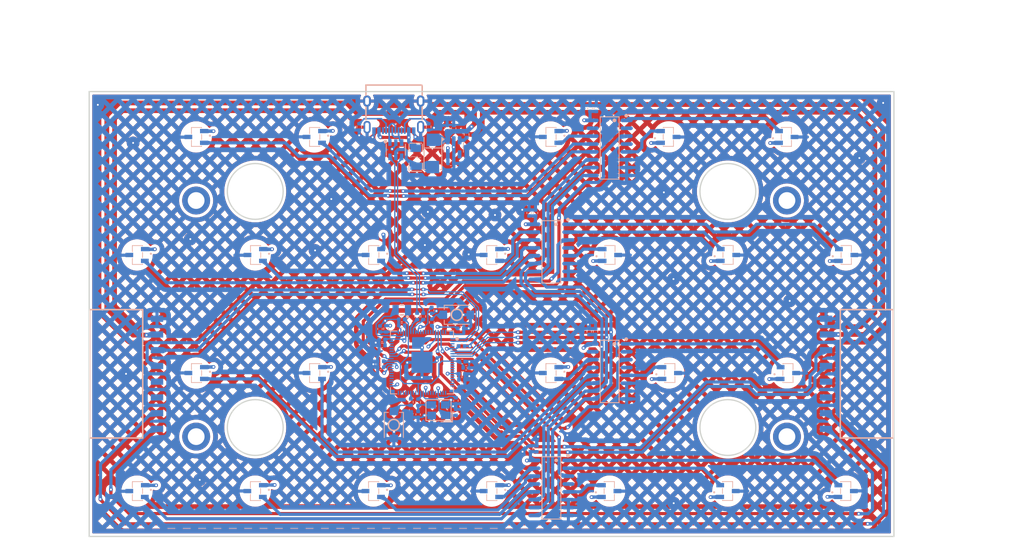
<source format=kicad_pcb>
(kicad_pcb (version 20241229) (generator "pcbnew") (generator_version "9.0")
  (layers (0 "F.Cu" signal "Front") (4 "In1.Cu" power) (6 "In2.Cu" power) (2 "B.Cu" signal "Back") (13 "F.Paste" user) (15 "B.Paste" user) (5 "F.SilkS" user "F.Silkscreen") (7 "B.SilkS" user "B.Silkscreen") (1 "F.Mask" user) (3 "B.Mask" user) (25 "Edge.Cuts" user))
  (net 0 "")
  (net 1 "+3V3")
  (net 2 "GND")
  (net 3 "HEADER_VBUS")
  (net 4 "USB_VBUS")
  (net 5 "DP")
  (net 6 "DN_PRE")
  (net 7 "DN")
  (net 8 "DP_PRE")
  (net 9 "Net-(F2-Pad2)")
  (net 10 "Net-(H0-VOUT)")
  (net 11 "Net-(H1-VOUT)")
  (net 12 "Net-(H3-VOUT)")
  (net 13 "Net-(H4-VOUT)")
  (net 14 "Net-(H5-VOUT)")
  (net 15 "Net-(H6-VOUT)")
  (net 16 "Net-(H7-VOUT)")
  (net 17 "Net-(H10-VOUT)")
  (net 18 "Net-(H11-VOUT)")
  (net 19 "Net-(H12-VOUT)")
  (net 20 "Net-(H14-VOUT)")
  (net 21 "Net-(H15-VOUT)")
  (net 22 "Net-(H16-VOUT)")
  (net 23 "Net-(H17-VOUT)")
  (net 24 "Net-(H18-VOUT)")
  (net 25 "Net-(H19-VOUT)")
  (net 26 "Net-(H20-VOUT)")
  (net 27 "Net-(H22-VOUT)")
  (net 28 "Net-(H23-VOUT)")
  (net 29 "Net-(H26-VOUT)")
  (net 30 "Net-(H27-VOUT)")
  (net 31 "Net-(H28-VOUT)")
  (net 32 "Net-(H30-VOUT)")
  (net 33 "Net-(H31-VOUT)")
  (net 34 "RX_1")
  (net 36 "TX_1")
  (net 38 "AUDIO_L_IN")
  (net 39 "AUDIO_R_IN")
  (net 40 "RX_0")
  (net 42 "TX_0")
  (net 44 "Net-(USB1-CC1)")
  (net 45 "Net-(U2-EN)")
  (net 46 "Net-(USB1-CC2)")
  (net 47 "R4_OUT")
  (net 48 "R2_OUT")
  (net 49 "SEL_A")
  (net 50 "SEL_C")
  (net 51 "NEO")
  (net 52 "R3_OUT")
  (net 53 "R1_OUT")
  (net 54 "SEL_B")
  (net 109 "VREG_AVDD")
  (net 110 "Net-(C27-Pad1)")
  (net 111 "XIN")
  (net 112 "VREG_LX")
  (net 113 "Net-(U3-USB_DM)")
  (net 114 "Net-(U3-USB_DP)")
  (net 115 "Net-(U3-QSPI_SS)")
  (net 116 "RP_BOOT")
  (net 117 "XOUT")
  (net 118 "RUN")
  (net 119 "Net-(U3-RUN)")
  (net 120 "+1V1")
  (footprint "MountingHole:MountingHole_2.7mm_M2.5_ISO7380_Pad_TopBottom" (layer "F.Cu") (at 44.33 83.16)
    (property "Reference" "REF**" (hide yes))
    (property "Value" "MountingHole_2.7mm_M2.5_ISO7380_Pad_TopBottom")
  )
  (footprint "MountingHole:MountingHole_2.7mm_M2.5_ISO7380_Pad_TopBottom" (layer "F.Cu") (at 139.58 83.16)
    (property "Reference" "REF**" (hide yes))
    (property "Value" "MountingHole_2.7mm_M2.5_ISO7380_Pad_TopBottom")
  )
  (footprint "MountingHole:MountingHole_2.7mm_M2.5_ISO7380_Pad_TopBottom" (layer "F.Cu") (at 44.323 45.06)
    (property "Reference" "REF**" (hide yes))
    (property "Value" "MountingHole_2.7mm_M2.5_ISO7380_Pad_TopBottom")
  )
  (footprint "MountingHole:MountingHole_2.7mm_M2.5_ISO7380_Pad_TopBottom" (layer "F.Cu") (at 139.58 45.06)
    (property "Reference" "REF**" (hide yes))
    (property "Value" "MountingHole_2.7mm_M2.5_ISO7380_Pad_TopBottom")
  )
  (footprint "Capacitor_SMD:C_0402_1005Metric" (layer "B.Cu") (at 87.1702 73.9902 180)
    (property "Reference" "C19" (hide yes))
    (property "Value" "100n")
  )
  (footprint "easyeda2kicad:SOT-23-3_L2.9-W1.6-P1.90-LS2.8-BR-CW" (layer "B.Cu") (at 72.898 53.848)
    (property "Reference" "H18" (hide yes))
    (property "Value" "SLSS49E-3")
  )
  (footprint "easyeda2kicad:SOT-23-3_L2.9-W1.6-P1.90-LS2.8-BR-CW" (layer "B.Cu") (at 110.998 91.948 180)
    (property "Reference" "H3" (hide yes))
    (property "Value" "SLSS49E-3")
  )
  (footprint "easyeda2kicad:SOT-23-3_L2.9-W1.6-P1.90-LS2.8-BR-CW" (layer "B.Cu") (at 53.828 91.948)
    (property "Reference" "H6" (hide yes))
    (property "Value" "SLSS49E-3")
  )
  (footprint "easyeda2kicad:CRYSTAL-SMD_4P-L3.2-W2.5-BL" (layer "B.Cu") (at 83.4002 78.8806 180)
    (property "Reference" "U8" (hide yes))
    (property "Value" "ABM8-272-T3_C20625731")
  )
  (footprint "easyeda2kicad:IND-SMD_L2.0-W1.6_AOTA-B201610S3R3-101-T" (layer "B.Cu") (at 77.486 62.7126)
    (property "Reference" "L1" (hide yes))
    (property "Value" "AOTA-B201610S3R3-101-T")
  )
  (footprint "easyeda2kicad:SOT-23-3_L2.9-W1.6-P1.90-LS2.8-BR-CW" (layer "B.Cu") (at 34.798 53.848)
    (property "Reference" "H16" (hide yes))
    (property "Value" "SLSS49E-3")
  )
  (footprint "easyeda2kicad:SOT-23-3_L2.9-W1.6-P1.90-LS2.8-BR-CW" (layer "B.Cu") (at 72.878 91.948)
    (property "Reference" "H5" (hide yes))
    (property "Value" "SLSS49E-3")
  )
  (footprint "Resistor_SMD:R_0402_1005Metric" (layer "B.Cu") (at 79.9592 63.754 -90)
    (property "Reference" "R2" (hide yes))
    (property "Value" "27R")
  )
  (footprint "easyeda2kicad:SOIC-16_L9.9-W3.9-P1.27-LS6.0-BL" (layer "B.Cu") (at 110.998 72.644 -90)
    (property "Reference" "U5" (hide yes))
    (property "Value" "CD4051BM96")
  )
  (footprint "easyeda2kicad:SOIC-16_L9.9-W3.9-P1.27-LS6.0-BL" (layer "B.Cu") (at 101.6 53.34 -90)
    (property "Reference" "U6" (hide yes))
    (property "Value" "CD4051BM96")
  )
  (footprint "Capacitor_SMD:C_0402_1005Metric" (layer "B.Cu") (at 107.8342 30.2006 -90)
    (property "Reference" "C7" (hide yes))
    (property "Value" "100n")
  )
  (footprint "easyeda2kicad:SOT-23-3_L2.9-W1.6-P1.90-LS2.8-BR-CW" (layer "B.Cu") (at 63.373 72.898)
    (property "Reference" "H10" (hide yes))
    (property "Value" "SLSS49E-3")
  )
  (footprint "easyeda2kicad:QFN-80_L10.0-W10.0-P0.40-TL-EP3.4" (layer "B.Cu") (at 80.7372 71.1786 180)
    (property "Reference" "U3" (hide yes))
    (property "Value" "RP2354B_C39843328")
  )
  (footprint "easyeda2kicad:SOT-23-3_L2.9-W1.6-P1.90-LS2.8-BR-CW" (layer "B.Cu") (at 44.323 72.898)
    (property "Reference" "H15" (hide yes))
    (property "Value" "SLSS49E-3")
  )
  (footprint "easyeda2kicad:SOT-23-3_L2.9-W1.6-P1.90-LS2.8-BR-CW" (layer "B.Cu") (at 111.1035 53.853 180)
    (property "Reference" "H20" (hide yes))
    (property "Value" "SLSS49E-3")
  )
  (footprint "Resistor_SMD:R_0402_1005Metric" (layer "B.Cu") (at 80.9498 63.756 -90)
    (property "Reference" "R6" (hide yes))
    (property "Value" "27R")
  )
  (footprint "Capacitor_SMD:C_0402_1005Metric" (layer "B.Cu") (at 74.069 70.993)
    (property "Reference" "C22" (hide yes))
    (property "Value" "100n")
  )
  (footprint "easyeda2kicad:HDR-SMD_8P-P2.54-H-F-L11.5" (layer "B.Cu") (at 145.8835 73.025 -90)
    (property "Reference" "J3" (hide yes))
    (property "Value" "Conn_01x08")
  )
  (footprint "Capacitor_SMD:C_0402_1005Metric" (layer "B.Cu") (at 98.2218 85.1154 90)
    (property "Reference" "C1" (hide yes))
    (property "Value" "10u")
  )
  (footprint "Capacitor_SMD:C_0402_1005Metric" (layer "B.Cu") (at 80.1116 79.5762 -90)
    (property "Reference" "C27" (hide yes))
    (property "Value" "15p")
  )
  (footprint "Capacitor_SMD:C_0402_1005Metric" (layer "B.Cu") (at 99.2378 85.118 -90)
    (property "Reference" "C2" (hide yes))
    (property "Value" "100n")
  )
  (footprint "easyeda2kicad:SMA_L4.3-W2.6-LS5.2-RD" (layer "B.Cu") (at 82.4992 37.465 -90)
    (property "Reference" "D3" (hide yes))
    (property "Value" "SS34_C8678")
  )
  (footprint "easyeda2kicad:SOIC-16_L9.9-W3.9-P1.27-LS6.0-BL" (layer "B.Cu") (at 101.6 91.44 -90)
    (property "Reference" "U4" (hide yes))
    (property "Value" "CD4051BM96")
  )
  (footprint "Capacitor_SMD:C_0402_1005Metric" (layer "B.Cu") (at 85.852 33.4238 90)
    (property "Reference" "C11" (hide yes))
    (property "Value" "10u")
  )
  (footprint "Resistor_SMD:R_0402_1005Metric" (layer "B.Cu") (at 74.9554 65.76 90)
    (property "Reference" "R1" (hide yes))
    (property "Value" "33R")
  )
  (footprint "easyeda2kicad:SOT-23-3_L2.9-W1.6-P1.90-LS2.8-BR-CW" (layer "B.Cu") (at 120.523 34.798 180)
    (property "Reference" "H28" (hide yes))
    (property "Value" "SLSS49E-3")
  )
  (footprint "easyeda2kicad:SOT-23-3_L2.9-W1.6-P1.90-LS2.8-BR-CW" (layer "B.Cu") (at 44.323 34.798)
    (property "Reference" "H31" (hide yes))
    (property "Value" "SLSS49E-3")
  )
  (footprint "Resistor_SMD:R_0402_1005Metric" (layer "B.Cu") (at 70.612 33.1724 90)
    (property "Reference" "R3" (hide yes))
    (property "Value" "5.1k")
  )
  (footprint "easyeda2kicad:SOT-23-3_L2.9-W1.6-P1.90-LS2.8-BR-CW" (layer "B.Cu") (at 130.0695 91.943 180)
    (property "Reference" "H1" (hide yes))
    (property "Value" "SLSS49E-3")
  )
  (footprint "Capacitor_SMD:C_0402_1005Metric" (layer "B.Cu") (at 99.0346 47.0662 -90)
    (property "Reference" "C3" (hide yes))
    (property "Value" "100n")
  )
  (footprint "easyeda2kicad:SW-SMD_L3.9-W3.0-P4.45" (layer "B.Cu") (at 86.36 63.5)
    (property "Reference" "SW3" (hide yes))
    (property "Value" "RP_BOOT")
  )
  (footprint "Resistor_SMD:R_0402_1005Metric" (layer "B.Cu") (at 81.8134 33.1724 90)
    (property "Reference" "R5" (hide yes))
    (property "Value" "5.1k")
  )
  (footprint "Resistor_SMD:R_0402_1005Metric" (layer "B.Cu") (at 80.1116 77.6204 90)
    (property "Reference" "R8" (hide yes))
    (property "Value" "1K")
  )
  (footprint "easyeda2kicad:USB-C-SMD_TYPE-C-6PIN-2MD-073" (layer "B.Cu") (at 76.2 31.3944)
    (property "Reference" "USB1" (hide yes))
    (property "Value" "TYPE-C 16PIN 2MD(073)")
  )
  (footprint "easyeda2kicad:SOT-23-3_L2.9-W1.6-P1.90-LS2.8-BR-CW" (layer "B.Cu") (at 91.928 91.948)
    (property "Reference" "H4" (hide yes))
    (property "Value" "SLSS49E-3")
  )
  (footprint "easyeda2kicad:SOT-23-3_L2.9-W1.6-P1.90-LS2.8-BR-CW" (layer "B.Cu") (at 53.848 53.848)
    (property "Reference" "H17" (hide yes))
    (property "Value" "SLSS49E-3")
  )
  (footprint "easyeda2kicad:SOT-23-3_L2.9-W1.6-P1.90-LS2.8-BR-CW" (layer "B.Cu") (at 101.473 34.798)
    (property "Reference" "H27" (hide yes))
    (property "Value" "SLSS49E-3")
  )
  (footprint "Capacitor_SMD:C_0402_1005Metric" (layer "B.Cu") (at 77.47 65.2018)
    (property "Reference" "C12" (hide yes))
    (property "Value" "4.7u")
  )
  (footprint "Capacitor_SMD:C_0402_1005Metric" (layer "B.Cu") (at 87.2236 71.0438 180)
    (property "Reference" "C23" (hide yes))
    (property "Value" "100n")
  )
  (footprint "easyeda2kicad:SOIC-16_L9.9-W3.9-P1.27-LS6.0-BL" (layer "B.Cu") (at 110.998 36.576 -90)
    (property "Reference" "U7" (hide yes))
    (property "Value" "CD4051BM96")
  )
  (footprint "Capacitor_SMD:C_0402_1005Metric" (layer "B.Cu") (at 86.995 65.7098 180)
    (property "Reference" "C17" (hide yes))
    (property "Value" "100n")
  )
  (footprint "Capacitor_SMD:C_0402_1005Metric" (layer "B.Cu") (at 86.2076 77.3658 90)
    (property "Reference" "C13" (hide yes))
    (property "Value" "100n")
  )
  (footprint "Capacitor_SMD:C_0402_1005Metric" (layer "B.Cu") (at 85.3948 39.0652)
    (property "Reference" "C24" (hide yes))
    (property "Value" "10u")
  )
  (footprint "Capacitor_SMD:C_0402_1005Metric" (layer "B.Cu") (at 87.8586 72.0598)
    (property "Reference" "C26" (hide yes))
    (property "Value" "4.7u")
  )
  (footprint "Capacitor_SMD:C_0402_1005Metric" (layer "B.Cu") (at 74.2976 67.4878)
    (property "Reference" "C15" (hide yes))
    (property "Value" "100n")
  )
  (footprint "Capacitor_SMD:C_0402_1005Metric" (layer "B.Cu") (at 77.47 64.2366 180)
    (property "Reference" "C9" (hide yes))
    (property "Value" "4.7u")
  )
  (footprint "Resistor_SMD:R_0402_1005Metric" (layer "B.Cu") (at 87.9348 34.3916 90)
    (property "Reference" "R4" (hide yes))
    (property "Value" "10K")
  )
  (footprint "easyeda2kicad:SOT-23-3_L2.9-W1.6-P1.90-LS2.8-BR-CW" (layer "B.Cu") (at 63.373 34.798)
    (property "Reference" "H26" (hide yes))
    (property "Value" "SLSS49E-3")
  )
  (footprint "Capacitor_SMD:C_0402_1005Metric" (layer "B.Cu") (at 87.1474 68.5546 180)
    (property "Reference" "C18" (hide yes))
    (property "Value" "100n")
  )
  (footprint "Capacitor_SMD:C_0402_1005Metric" (layer "B.Cu") (at 98.0044 47.0662 90)
    (property "Reference" "C4" (hide yes))
    (property "Value" "10u")
  )
  (footprint "Capacitor_SMD:C_0402_1005Metric" (layer "B.Cu") (at 74.2976 68.453)
    (property "Reference" "C21" (hide yes))
    (property "Value" "100n")
  )
  (footprint "easyeda2kicad:SOT-23-3_L2.9-W1.6-P1.90-LS2.8-BR-CW" (layer "B.Cu") (at 139.8055 72.903 180)
    (property "Reference" "H14" (hide yes))
    (property "Value" "SLSS49E-3")
  )
  (footprint "Capacitor_SMD:C_0402_1005Metric" (layer "B.Cu") (at 107.696 66.2178 -90)
    (property "Reference" "C5" (hide yes))
    (property "Value" "100n")
  )
  (footprint "Capacitor_SMD:C_0402_1005Metric" (layer "B.Cu") (at 73.9648 65.7834 -90)
    (property "Reference" "C10" (hide yes))
    (property "Value" "4.7u")
  )
  (footprint "easyeda2kicad:SOT-23-3_L2.9-W1.6-P1.90-LS2.8-BR-CW" (layer "B.Cu") (at 34.798 91.948)
    (property "Reference" "H7" (hide yes))
    (property "Value" "SLSS49E-3")
  )
  (footprint "Capacitor_SMD:C_0402_1005Metric" (layer "B.Cu") (at 87.1728 73.025 180)
    (property "Reference" "C20" (hide yes))
    (property "Value" "100n")
  )
  (footprint "Capacitor_SMD:C_0402_1005Metric" (layer "B.Cu") (at 108.839 30.2006 90)
    (property "Reference" "C8" (hide yes))
    (property "Value" "10u")
  )
  (footprint "easyeda2kicad:SOT-23-6_L2.9-W1.6-P0.95-LS2.8-BL" (layer "B.Cu") (at 76.52 36.8624)
    (property "Reference" "D2" (hide yes))
    (property "Value" "USBLC6-2SC6")
  )
  (footprint "Capacitor_SMD:C_0402_1005Metric" (layer "B.Cu") (at 82.296 62.7888 90)
    (property "Reference" "C16" (hide yes))
    (property "Value" "100n")
  )
  (footprint "easyeda2kicad:SOT-23-3_L2.9-W1.6-P1.90-LS2.8-BR-CW" (layer "B.Cu") (at 139.5515 34.803 180)
    (property "Reference" "H30" (hide yes))
    (property "Value" "SLSS49E-3")
  )
  (footprint "Capacitor_SMD:C_0402_1005Metric" (layer "B.Cu") (at 84.7852 33.4264 90)
    (property "Reference" "C25" (hide yes))
    (property "Value" "10u")
  )
  (footprint "easyeda2kicad:SOT-23-3_L2.9-W1.6-P1.90-LS2.8-BR-CW" (layer "B.Cu") (at 91.928 53.848)
    (property "Reference" "H19" (hide yes))
    (property "Value" "SLSS49E-3")
  )
  (footprint "easyeda2kicad:F1206" (layer "B.Cu") (at 79.7306 38.0768 90)
    (property "Reference" "F2" (hide yes))
    (property "Value" "BSMD1206-200-6V")
  )
  (footprint "Resistor_SMD:R_0402_1005Metric" (layer "B.Cu") (at 82.3214 64.7192 90)
    (property "Reference" "R7" (hide yes))
    (property "Value" "1K")
  )
  (footprint "easyeda2kicad:SOT-23-3_L2.9-W1.6-P1.90-LS2.8-BR-CW" (layer "B.Cu") (at 120.7555 72.903 180)
    (property "Reference" "H12" (hide yes))
    (property "Value" "SLSS49E-3")
  )
  (footprint "Package_TO_SOT_SMD:SOT-23-5" (layer "B.Cu") (at 85.852 36.4744 -90)
    (property "Reference" "U2" (hide yes))
    (property "Value" "AP2112K-3.3")
  )
  (footprint "easyeda2kicad:SOT-23-3_L2.9-W1.6-P1.90-LS2.8-BR-CW" (layer "B.Cu") (at 130.155 53.848 180)
    (property "Reference" "H22" (hide yes))
    (property "Value" "SLSS49E-3")
  )
  (footprint "Capacitor_SMD:C_0402_1005Metric" (layer "B.Cu") (at 74.069 71.9836)
    (property "Reference" "C14" (hide yes))
    (property "Value" "100n")
  )
  (footprint "easyeda2kicad:SOT-23-3_L2.9-W1.6-P1.90-LS2.8-BR-CW" (layer "B.Cu") (at 101.473 72.898)
    (property "Reference" "H11" (hide yes))
    (property "Value" "SLSS49E-3")
  )
  (footprint "Capacitor_SMD:C_0402_1005Metric" (layer "B.Cu") (at 86.2076 79.2454 -90)
    (property "Reference" "C28" (hide yes))
    (property "Value" "15p")
  )
  (footprint "easyeda2kicad:SOT-23-3_L2.9-W1.6-P1.90-LS2.8-BR-CW" (layer "B.Cu") (at 149.118 91.948 180)
    (property "Reference" "H0" (hide yes))
    (property "Value" "SLSS49E-3")
  )
  (footprint "easyeda2kicad:SOT-23-3_L2.9-W1.6-P1.90-LS2.8-BR-CW" (layer "B.Cu") (at 149.2035 53.853 180)
    (property "Reference" "H23" (hide yes))
    (property "Value" "SLSS49E-3")
  )
  (footprint "Capacitor_SMD:C_0402_1005Metric" (layer "B.Cu") (at 108.712 66.2178 90)
    (property "Reference" "C6" (hide yes))
    (property "Value" "10u")
  )
  (footprint "easyeda2kicad:SW-SMD_L3.9-W3.0-P4.45" (layer "B.Cu") (at 76.2 81.28 -90)
    (property "Reference" "SW1" (hide yes))
    (property "Value" "RST")
  )
  (footprint "easyeda2kicad:HDR-SMD_8P-P2.54-H-F-L11.5" (layer "B.Cu") (at 38.0125 73.025 90)
    (property "Reference" "J2" (hide yes))
    (property "Value" "Conn_01x08")
  )
  (footprint "Resistor_SMD:R_0402_1005Metric" (layer "B.Cu") (at 78.9432 77.599 90)
    (property "Reference" "R9" (hide yes))
    (property "Value" "1K")
  )
  (gr_line (start 27.08 99.275905) (end 156.83 99.275905) (stroke (width 0.2)) (layer "Edge.Cuts"))
  (gr_line (start 156.83 27.475905) (end 156.83 99.275905) (stroke (width 0.2)) (layer "Edge.Cuts"))
  (gr_circle (center 53.855 43.59181) (end 58.355 43.59181) (stroke (width 0.2)) (fill no) (layer "Edge.Cuts"))
  (gr_line (start 27.08 27.475905) (end 27.08 99.275905) (stroke (width 0.2)) (layer "Edge.Cuts"))
  (gr_line (start 27.08 27.475905) (end 156.83 27.475905) (stroke (width 0.2)) (layer "Edge.Cuts"))
  (gr_circle (center 53.855 81.69181) (end 58.355 81.69181) (stroke (width 0.2)) (fill no) (layer "Edge.Cuts"))
  (gr_circle (center 130.055 81.69181) (end 134.555 81.69181) (stroke (width 0.2)) (fill no) (layer "Edge.Cuts"))
  (gr_circle (center 130.055 43.59181) (end 134.555 43.59181) (stroke (width 0.2)) (fill no) (layer "Edge.Cuts"))
  (via (at 47.1192 33.8684) (size 0.6) (drill 0.3) (layers "F.Cu" "B.Cu") (net 1))
  (via (at 75.7196 91.0184) (size 0.6) (drill 0.3) (layers "F.Cu" "B.Cu") (net 1))
  (via (at 94.6172 52.8676) (size 0.6) (drill 0.3) (layers "F.Cu" "B.Cu") (net 1))
  (via (at 81.3308 75.2602) (size 0.6) (drill 0.3) (layers "F.Cu" "B.Cu") (net 1))
  (via (at 127.328 54.8284) (size 0.6) (drill 0.3) (layers "F.Cu" "B.Cu") (net 1))
  (via (at 76.7588 74.7268) (size 0.6) (drill 0.3) (layers "F.Cu" "B.Cu") (net 1))
  (via (at 81.762841 68.631041) (size 0.6) (drill 0.3) (layers "F.Cu" "B.Cu") (net 1))
  (via (at 106.8832 32.1056) (size 0.6) (drill 0.3) (layers "F.Cu" "B.Cu") (net 1))
  (via (at 117.676 35.7784) (size 0.6) (drill 0.3) (layers "F.Cu" "B.Cu") (net 1))
  (via (at 76.6668 71.9328) (size 0.6) (drill 0.3) (layers "F.Cu" "B.Cu") (net 1))
  (via (at 108.3288 54.8284) (size 0.6) (drill 0.3) (layers "F.Cu" "B.Cu") (net 1))
  (via (at 106.7816 68.8594) (size 0.6) (drill 0.3) (layers "F.Cu" "B.Cu") (net 1))
  (via (at 84.902 36.6014) (size 0.6) (drill 0.3) (layers "F.Cu" "B.Cu") (net 1))
  (via (at 56.984254 90.960784) (size 0.6) (drill 0.3) (layers "F.Cu" "B.Cu") (net 1))
  (via (at 146.4796 54.8284) (size 0.6) (drill 0.3) (layers "F.Cu" "B.Cu") (net 1))
  (via (at 84.7266 68.9786) (size 0.6) (drill 0.3) (layers "F.Cu" "B.Cu") (net 1))
  (via (at 66.0676 71.9176) (size 0.6) (drill 0.3) (layers "F.Cu" "B.Cu") (net 1))
  (via (at 56.568 52.9184) (size 0.6) (drill 0.3) (layers "F.Cu" "B.Cu") (net 1))
  (via (at 84.8614 72.9996) (size 0.6) (drill 0.3) (layers "F.Cu" "B.Cu") (net 1))
  (via (at 104.32 71.9176) (size 0.6) (drill 0.3) (layers "F.Cu" "B.Cu") (net 1))
  (via (at 108.0748 92.9284) (size 0.6) (drill 0.3) (layers "F.Cu" "B.Cu") (net 1))
  (via (at 47.1192 71.9176) (size 0.6) (drill 0.3) (layers "F.Cu" "B.Cu") (net 1))
  (via (at 77.9018 67.7164) (size 0.6) (drill 0.3) (layers "F.Cu" "B.Cu") (net 1))
  (via (at 74.4982 50.546) (size 0.6) (drill 0.3) (layers "F.Cu" "B.Cu") (net 1))
  (via (at 136.8784 35.7784) (size 0.6) (drill 0.3) (layers "F.Cu" "B.Cu") (net 1))
  (via (at 66.3724 33.8176) (size 0.6) (drill 0.3) (layers "F.Cu" "B.Cu") (net 1))
  (via (at 83.23567 65.438601) (size 0.6) (drill 0.3) (layers "F.Cu" "B.Cu") (net 1))
  (via (at 37.6704 52.9184) (size 0.6) (drill 0.3) (layers "F.Cu" "B.Cu") (net 1))
  (via (at 75.6158 65.2526) (size 0.6) (drill 0.3) (layers "F.Cu" "B.Cu") (net 1))
  (via (at 117.7776 73.8784) (size 0.6) (drill 0.3) (layers "F.Cu" "B.Cu") (net 1))
  (via (at 97.6376 87.0204) (size 0.6) (drill 0.3) (layers "F.Cu" "B.Cu") (net 1))
  (via (at 80.4926 65.438598) (size 0.6) (drill 0.3) (layers "F.Cu" "B.Cu") (net 1))
  (via (at 94.742 90.9828) (size 0.6) (drill 0.3) (layers "F.Cu" "B.Cu") (net 1))
  (via (at 136.726 73.8784) (size 0.6) (drill 0.3) (layers "F.Cu" "B.Cu") (net 1))
  (via (at 127.2648 92.9284) (size 0.6) (drill 0.3) (layers "F.Cu" "B.Cu") (net 1))
  (via (at 97.4598 48.895) (size 0.6) (drill 0.3) (layers "F.Cu" "B.Cu") (net 1))
  (via (at 104.1168 33.8176) (size 0.6) (drill 0.3) (layers "F.Cu" "B.Cu") (net 1))
  (via (at 146.1116 92.8776) (size 0.6) (drill 0.3) (layers "F.Cu" "B.Cu") (net 1))
  (via (at 37.8736 91.0184) (size 0.6) (drill 0.3) (layers "F.Cu" "B.Cu") (net 1))
  (via (at 83.351172 75.348491) (size 0.6) (drill 0.3) (layers "F.Cu" "B.Cu") (net 1))
  (segment (start 94.7268 90.998) (end 94.742 90.9828) (width 0.508) (layer "B.Cu") (net 1))
  (segment (start 55.004 52.9336) (end 56.5528 52.9336) (width 0.508) (layer "B.Cu") (net 1))
  (segment (start 84.7266 68.9786) (end 84.7598 68.9786) (width 0.2) (layer "B.Cu") (net 1))
  (segment (start 83.3372 75.362463) (end 83.351172 75.348491) (width 0.2) (layer "B.Cu") (net 1))
  (segment (start 119.24 35.7632) (end 117.6912 35.7632) (width 0.508) (layer "B.Cu") (net 1))
  (segment (start 36.1064 52.9336) (end 37.6552 52.9336) (width 0.508) (layer "B.Cu") (net 1))
  (segment (start 82.9372 67.456682) (end 81.762841 68.631041) (width 0.2) (layer "B.Cu") (net 1))
  (segment (start 86.515 65.7098) (end 86.2864 65.4812) (width 0.2) (layer "B.Cu") (net 1))
  (segment (start 98.86 86.99) (end 97.668 86.99) (width 0.508) (layer "B.Cu") (net 1))
  (segment (start 85.6472 72.9786) (end 86.6464 72.9786) (width 0.2) (layer "B.Cu") (net 1))
  (segment (start 148.0436 54.8132) (end 146.4948 54.8132) (width 0.508) (layer "B.Cu") (net 1))
  (segment (start 75.8272 71.3786) (end 76.5602 71.3786) (width 0.2) (layer "B.Cu") (net 1))
  (segment (start 108.839 30.6806) (end 107.8342 30.6806) (width 0.508) (layer "B.Cu") (net 1))
  (segment (start 55.420254 90.975984) (end 56.969054 90.975984) (width 0.508) (layer "B.Cu") (net 1))
  (segment (start 82.9372 66.2686) (end 82.9372 67.456682) (width 0.2) (layer "B.Cu") (net 1))
  (segment (start 99.0346 47.5462) (end 99.0346 48.7154) (width 0.508) (layer "B.Cu") (net 1))
  (segment (start 64.8084 33.8328) (end 66.3572 33.8328) (width 0.508) (layer "B.Cu") (net 1))
  (segment (start 86.6902 73.9902) (end 86.6902 73.0276) (width 0.2) (layer "B.Cu") (net 1))
  (segment (start 86.6464 72.9786) (end 86.6928 73.025) (width 0.2) (layer "B.Cu") (net 1))
  (segment (start 97.4648 48.89) (end 97.4598 48.895) (width 0.508) (layer "B.Cu") (net 1))
  (segment (start 84.902 37.6119) (end 84.902 36.6014) (width 0.508) (layer "B.Cu") (net 1))
  (segment (start 83.235673 65.438598) (end 83.23567 65.438601) (width 0.2) (layer "B.Cu") (net 1))
  (segment (start 80.1372 66.2686) (end 79.7372 66.2686) (width 0.2) (layer "B.Cu") (net 1))
  (segment (start 76.8658 74.5944) (end 76.7588 74.7014) (width 0.2) (layer "B.Cu") (net 1))
  (segment (start 78.1362 67.3862) (end 78.1362 67.0502) (width 0.2) (layer "B.Cu") (net 1))
  (segment (start 74.958 65.2526) (end 74.9554 65.25) (width 0.2) (layer "B.Cu") (net 1))
  (segment (start 84.9148 39.0652) (end 84.9148 37.6247) (width 0.508) (layer "B.Cu") (net 1))
  (segment (start 138.29 73.8632) (end 136.7412 73.8632) (width 0.508) (layer "B.Cu") (net 1))
  (segment (start 76.3702 67.3786) (end 76.4286 67.437) (width 0.2) (layer "B.Cu") (net 1))
  (segment (start 80.1372 66.2686) (end 80.1372 65.793998) (width 0.2) (layer "B.Cu") (net 1))
  (segment (start 128.892 54.8132) (end 127.3432 54.8132) (width 0.508) (layer "B.Cu") (net 1))
  (segment (start 45.5552 71.9328) (end 47.104 71.9328) (width 0.508) (layer "B.Cu") (net 1))
  (segment (start 77.9018 67.7164) (end 77.6478 67.4624) (width 0.2) (layer "B.Cu") (net 1))
  (segment (start 108.263 68.199) (end 108.258 68.194) (width 0.508) (layer "B.Cu") (net 1))
  (segment (start 74.1556 91.0336) (end 75.7044 91.0336) (width 0.508) (layer "B.Cu") (net 1))
  (segment (start 76.8658 74.5944) (end 76.4816 74.9786) (width 0.2) (layer "B.Cu") (net 1))
  (segment (start 102.756 71.9328) (end 104.3048 71.9328) (width 0.508) (layer "B.Cu") (net 1))
  (segment (start 107.8484 31.7164) (end 107.8484 32.131) (width 0.508) (layer "B.Cu") (net 1))
  (segment (start 78.0288 67.7164) (end 78.1362 67.609) (width 0.2) (layer "B.Cu") (net 1))
  (segment (start 138.4424 35.7632) (end 136.8936 35.7632) (width 0.508) (layer "B.Cu") (net 1))
  (segment (start 78.1362 67.3862) (end 77.6986 67.3862) (width 0.2) (layer "B.Cu") (net 1))
  (segment (start 45.5552 33.8836) (end 47.104 33.8836) (width 0.508) (layer "B.Cu") (net 1))
  (segment (start 98.86 48.89) (end 97.4648 48.89) (width 0.508) (layer "B.Cu") (net 1))
  (segment (start 81.119402 65.438598) (end 80.4926 65.438598) (width 0.2) (layer "B.Cu") (net 1))
  (segment (start 76.7588 74.7014) (end 76.7588 74.7268) (width 0.2) (layer "B.Cu") (net 1))
  (segment (start 74.7776 68.453) (end 74.7776 67.4878) (width 0.2) (layer "B.Cu") (net 1))
  (segment (start 76.4286 67.437) (end 77.6224 67.437) (width 0.2) (layer "B.Cu") (net 1))
  (segment (start 108.8136 68.199) (end 108.263 68.199) (width 0.508) (layer "B.Cu") (net 1))
  (segment (start 83.3372 76.0886) (end 83.3372 75.362463) (width 0.2) (layer "B.Cu") (net 1))
  (segment (start 83.5914 76.835) (end 83.3372 76.5808) (width 0.2) (layer "B.Cu") (net 1))
  (segment (start 106.9036 32.126) (end 106.8832 32.1056) (width 0.508) (layer "B.Cu") (net 1))
  (segment (start 83.3372 76.5808) (end 83.3372 76.0886) (width 0.2) (layer "B.Cu") (net 1))
  (segment (start 83.5152 65.4812) (end 83.472598 65.438598) (width 0.2) (layer "B.Cu") (net 1))
  (segment (start 75.8272 67.3786) (end 75.8272 67.7786) (width 0.2) (layer "B.Cu") (net 1))
  (segment (start 74.549 71.9836) (end 75.154 71.3786) (width 0.2) (layer "B.Cu") (net 1))
  (segment (start 128.8288 92.9132) (end 127.28 92.9132) (width 0.508) (layer "B.Cu") (net 1))
  (segment (start 98.2244 85.598) (end 98.2218 85.5954) (width 0.508) (layer "B.Cu") (net 1))
  (segment (start 86.2864 65.4812) (end 83.5152 65.4812) (width 0.2) (layer "B.Cu") (net 1))
  (segment (start 78.1362 67.0502) (end 78.1372 67.0492) (width 0.2) (layer "B.Cu") (net 1))
  (segment (start 108.258 68.194) (end 107.447 68.194) (width 0.508) (layer "B.Cu") (net 1))
  (segment (start 81.3372 75.2666) (end 81.3308 75.2602) (width 0.2) (layer "B.Cu") (net 1))
  (segment (start 78.1372 67.0492) (end 78.1372 66.2686) (width 0.2) (layer "B.Cu") (net 1))
  (segment (start 76.4816 74.9786) (end 75.8272 74.9786) (width 0.2) (layer "B.Cu") (net 1))
  (segment (start 109.6388 92.9132) (end 108.09 92.9132) (width 0.508) (layer "B.Cu") (net 1))
  (segment (start 99.0346 48.7154) (end 98.86 48.89) (width 0.508) (layer "B.Cu") (net 1))
  (segment (start 74.5998 50.546) (end 74.5998 52.832) (width 0.508) (layer "B.Cu") (net 1))
  (segment (start 99.2378 85.598) (end 98.2244 85.598) (width 0.508) (layer "B.Cu") (net 1))
  (segment (start 109.8928 54.8132) (end 108.344 54.8132) (width 0.508) (layer "B.Cu") (net 1))
  (segment (start 84.7598 68.9786) (end 85.6472 68.9786) (width 0.2) (layer "B.Cu") (net 1))
  (segment (start 99.0346 47.5462) (end 98.0044 47.5462) (width 0.508) (layer "B.Cu") (net 1))
  (segment (start 80.1372 65.793998) (end 80.4926 65.438598) (width 0.2) (layer "B.Cu") (net 1))
  (segment (start 86.6902 73.0276) (end 86.6928 73.025) (width 0.2) (layer "B.Cu") (net 1))
  (segment (start 93.178 90.998) (end 94.7268 90.998) (width 0.508) (layer "B.Cu") (net 1))
  (segment (start 85.6472 72.9786) (end 84.8824 72.9786) (width 0.2) (layer "B.Cu") (net 1))
  (segment (start 85.9622 76.6404) (end 85.0174 76.6404) (width 0.2) (layer "B.Cu") (net 1))
  (segment (start 97.668 86.99) (end 97.6376 87.0204) (width 0.508) (layer "B.Cu") (net 1))
  (segment (start 81.685 62.9198) (end 81.685 64.873) (width 0.2) (layer "B.Cu") (net 1))
  (segment (start 77.6478 67.4624) (end 77.6478 67.437) (width 0.2) (layer "B.Cu") (net 1))
  (segment (start 64.5036 71.9328) (end 66.0524 71.9328) (width 0.508) (layer "B.Cu") (net 1))
  (segment (start 76.6668 71.4852) (end 76.6668 71.9328) (width 0.2) (layer "B.Cu") (net 1))
  (segment (start 75.6158 65.2526) (end 74.958 65.2526) (width 0.2) (layer "B.Cu") (net 1))
  (segment (start 108.712 66.6978) (end 108.712 68.0974) (width 0.508) (layer "B.Cu") (net 1))
  (segment (start 78.1372 66.2686) (end 78.1372 65.2686) (width 0.2) (layer "B.Cu") (net 1))
  (segment (start 77.6224 67.437) (end 77.9018 67.7164) (width 0.2) (layer "B.Cu") (net 1))
  (segment (start 81.685 64.873) (end 81.119402 65.438598) (width 0.2) (layer "B.Cu") (net 1))
  (segment (start 84.8228 76.835) (end 83.5914 76.835) (width 0.2) (layer "B.Cu") (net 1))
  (segment (start 84.9148 37.6247) (end 84.902 37.6119) (width 0.508) (layer "B.Cu") (net 1))
  (segment (start 86.2434 68.9786) (end 85.6472 68.9786) (width 0.2) (layer "B.Cu") (net 1))
  (segment (start 77.6986 67.3862) (end 77.6224 67.4624) (width 0.2) (layer "B.Cu") (net 1))
  (segment (start 82.296 62.3088) (end 81.685 62.9198) (width 0.2) (layer "B.Cu") (net 1))
  (segment (start 83.472598 65.438598) (end 83.235673 65.438598) (width 0.2) (layer "B.Cu") (net 1))
  (segment (start 74.8868 67.3786) (end 75.8272 67.3786) (width 0.2) (layer "B.Cu") (net 1))
  (segment (start 74.549 52.8828) (end 74.054 52.8828) (width 0.508) (layer "B.Cu") (net 1))
  (segment (start 75.8272 67.3786) (end 76.3702 67.3786) (width 0.2) (layer "B.Cu") (net 1))
  (segment (start 74.4982 50.546) (end 74.5998 50.546) (width 0.508) (layer "B.Cu") (net 1))
  (segment (start 78.1362 67.609) (end 78.1362 67.3862) (width 0.2) (layer "B.Cu") (net 1))
  (segment (start 119.3416 73.8632) (end 117.7928 73.8632) (width 0.508) (layer "B.Cu") (net 1))
  (segment (start 36.3096 91.0336) (end 37.8584 91.0336) (width 0.508) (layer "B.Cu") (net 1))
  (segment (start 84.8824 72.9786) (end 84.8614 72.9996) (width 0.2) (layer "B.Cu") (net 1))
  (segment (start 93.0532 52.8828) (end 94.602 52.8828) (width 0.508) (layer "B.Cu") (net 1))
  (segment (start 77.9018 67.7164) (end 78.0288 67.7164) (width 0.2) (layer "B.Cu") (net 1))
  (segment (start 74.5998 52.832) (end 74.549 52.8828) (width 0.508) (layer "B.Cu") (net 1))
  (segment (start 147.6756 92.8624) (end 146.1268 92.8624) (width 0.508) (layer "B.Cu") (net 1))
  (segment (start 108.258 32.126) (end 106.9036 32.126) (width 0.508) (layer "B.Cu") (net 1))
  (segment (start 107.696 66.6978) (end 108.712 66.6978) (width 0.508) (layer "B.Cu") (net 1))
  (segment (start 76.5602 71.3786) (end 76.6668 71.4852) (width 0.2) (layer "B.Cu") (net 1))
  (segment (start 107.8342 31.7022) (end 107.8484 31.7164) (width 0.508) (layer "B.Cu") (net 1))
  (segment (start 86.2076 76.8858) (end 85.9622 76.6404) (width 0.2) (layer "B.Cu") (net 1))
  (segment (start 102.5528 33.8328) (end 104.1016 33.8328) (width 0.508) (layer "B.Cu") (net 1))
  (segment (start 98.2218 86.9442) (end 98.1964 86.9696) (width 0.508) (layer "B.Cu") (net 1))
  (segment (start 75.154 71.3786) (end 75.8272 71.3786) (width 0.2) (layer "B.Cu") (net 1))
  (segment (start 107.8342 30.6806) (end 107.8342 31.7022) (width 0.508) (layer "B.Cu") (net 1))
  (segment (start 108.712 68.0974) (end 108.8136 68.199) (width 0.508) (layer "B.Cu") (net 1))
  (segment (start 74.7776 67.4878) (end 74.8868 67.3786) (width 0.2) (layer "B.Cu") (net 1))
  (segment (start 98.2218 85.5954) (end 98.2218 86.9442) (width 0.508) (layer "B.Cu") (net 1))
  (segment (start 86.6674 68.5546) (end 86.2434 68.9786) (width 0.2) (layer "B.Cu") (net 1))
  (segment (start 81.3372 76.0886) (end 81.3372 75.2666) (width 0.2) (layer "B.Cu") (net 1))
  (segment (start 107.447 68.194) (end 106.7816 68.8594) (width 0.508) (layer "B.Cu") (net 1))
  (segment (start 85.0174 76.6404) (end 84.8228 76.835) (width 0.2) (layer "B.Cu") (net 1))
  (via (at 121.285 57.7342) (size 0.6) (drill 0.3) (layers "F.Cu" "B.Cu") (net 2))
  (via (at 85.4202 77.2414) (size 0.6) (drill 0.3) (layers "F.Cu" "B.Cu") (net 2))
  (via (at 66.116647 44.819363) (size 0.6) (drill 0.3) (layers "F.Cu" "B.Cu") (net 2))
  (via (at 70.612 34.544) (size 0.6) (drill 0.3) (layers "F.Cu" "B.Cu") (net 2))
  (via (at 96.9518 85.598) (size 0.6) (drill 0.3) (layers "F.Cu" "B.Cu") (net 2))
  (via (at 104.1654 82.931) (size 0.6) (drill 0.3) (layers "F.Cu" "B.Cu") (net 2))
  (via (at 96.901 46.5582) (size 0.6) (drill 0.3) (layers "F.Cu" "B.Cu") (net 2))
  (via (at 80.7466 68.7832) (size 0.6) (drill 0.3) (layers "F.Cu" "B.Cu") (net 2))
  (via (at 78.359 71.2216) (size 0.6) (drill 0.3) (layers "F.Cu" "B.Cu") (net 2))
  (via (at 88.265 65.6844) (size 0.6) (drill 0.3) (layers "F.Cu" "B.Cu") (net 2))
  (via (at 81.6864 46.8884) (size 0.6) (drill 0.3) (layers "F.Cu" "B.Cu") (net 2))
  (via (at 121.320658 93.9038) (size 0.6) (drill 0.3) (layers "F.Cu" "B.Cu") (net 2))
  (via (at 83.141735 70.898935) (size 0.6) (drill 0.3) (layers "F.Cu" "B.Cu") (net 2))
  (via (at 88.3666 73.406) (size 0.6) (drill 0.3) (layers "F.Cu" "B.Cu") (net 2))
  (via (at 75.919164 36.740265) (size 0.6) (drill 0.3) (layers "F.Cu" "B.Cu") (net 2))
  (via (at 83.058 62.9) (size 0.6) (drill 0.3) (layers "F.Cu" "B.Cu") (net 2))
  (via (at 44.9072 90.1446) (size 0.6) (drill 0.3) (layers "F.Cu" "B.Cu") (net 2))
  (via (at 85.852 36.449) (size 0.6) (drill 0.3) (layers "F.Cu" "B.Cu") (net 2))
  (via (at 43.3832 51.2826) (size 0.6) (drill 0.3) (layers "F.Cu" "B.Cu") (net 2))
  (via (at 81.2038 52.2478) (size 0.6) (drill 0.3) (layers "F.Cu" "B.Cu") (net 2))
  (via (at 73.279 67.9958) (size 0.6) (drill 0.3) (layers "F.Cu" "B.Cu") (net 2))
  (via (at 119.7356 43.7388) (size 0.6) (drill 0.3) (layers "F.Cu" "B.Cu") (net 2))
  (via (at 152.781 83.6676) (size 0.6) (drill 0.3) (layers "F.Cu" "B.Cu") (net 2))
  (via (at 88.265 53.7464) (size 0.6) (drill 0.3) (layers "F.Cu" "B.Cu") (net 2))
  (via (at 110.1344 31.4452) (size 0.6) (drill 0.3) (layers "F.Cu" "B.Cu") (net 2))
  (via (at 140.027549 61.261082) (size 0.6) (drill 0.3) (layers "F.Cu" "B.Cu") (net 2))
  (via (at 81.1276 79.7306) (size 0.6) (drill 0.3) (layers "F.Cu" "B.Cu") (net 2))
  (via (at 92.5068 47.3964) (size 0.6) (drill 0.3) (layers "F.Cu" "B.Cu") (net 2))
  (via (at 151.257 38.2016) (size 0.6) (drill 0.3) (layers "F.Cu" "B.Cu") (net 2))
  (via (at 34.163 35.7632) (size 0.6) (drill 0.3) (layers "F.Cu" "B.Cu") (net 2))
  (via (at 79.6798 34.798) (size 0.6) (drill 0.3) (layers "F.Cu" "B.Cu") (net 2))
  (via (at 80.7212 73.6092) (size 0.6) (drill 0.3) (layers "F.Cu" "B.Cu") (net 2))
  (via (at 72.898 71.4756) (size 0.6) (drill 0.3) (layers "F.Cu" "B.Cu") (net 2))
  (via (at 28.4734 29.6164) (size 0.6) (drill 0.3) (layers "F.Cu" "B.Cu") (net 2))
  (via (at 87.4268 63.5) (size 0.6) (drill 0.3) (layers "F.Cu" "B.Cu") (net 2))
  (via (at 85.7504 78.2574) (size 0.6) (drill 0.3) (layers "F.Cu" "B.Cu") (net 2))
  (via (at 88.4682 68.5546) (size 0.6) (drill 0.3) (layers "F.Cu" "B.Cu") (net 2))
  (via (at 33.02 73.025) (size 0.6) (drill 0.3) (layers "F.Cu" "B.Cu") (net 2))
  (via (at 107.5182 65.0748) (size 0.6) (drill 0.3) (layers "F.Cu" "B.Cu") (net 2))
  (via (at 155.0924 29.3116) (size 0.6) (drill 0.3) (layers "F.Cu" "B.Cu") (net 2))
  (via (at 72.771 34.8488) (size 0.6) (drill 0.3) (layers "F.Cu" "B.Cu") (net 2))
  (via (at 88.3666 71.0692) (size 0.6) (drill 0.3) (layers "F.Cu" "B.Cu") (net 2))
  (via (at 82.677 33.3248) (size 0.6) (drill 0.3) (layers "F.Cu" "B.Cu") (net 2))
  (via (at 76.2254 82.3976) (size 0.6) (drill 0.3) (layers "F.Cu" "B.Cu") (net 2))
  (via (at 99.441 83.185) (size 0.6) (drill 0.3) (layers "F.Cu" "B.Cu") (net 2))
  (via (at 63.5 53.1114) (size 0.6) (drill 0.3) (layers "F.Cu" "B.Cu") (net 2))
  (via (at 74.803 64.4652) (size 0.6) (drill 0.3) (layers "F.Cu" "B.Cu") (net 2))
  (segment (start 88.1126 73.533) (end 87.6554 73.9902) (width 0.2) (layer "B.Cu") (net 2))
  (segment (start 98.0044 46.5862) (end 96.929 46.5862) (width 0.508) (layer "B.Cu") (net 2))
  (segment (start 72.9975 34.6223) (end 72.771 34.8488) (width 0.254) (layer "B.Cu") (net 2))
  (segment (start 85.7504 78.3082) (end 86.2076 78.7654) (width 0.2) (layer "B.Cu") (net 2))
  (segment (start 98.2218 84.6354) (end 97.9144 84.6354) (width 0.508) (layer "B.Cu") (net 2))
  (segment (start 90.5532 53.8328) (end 88.6228 53.8328) (width 0.508) (layer "B.Cu") (net 2))
  (segment (start 88.2396 65.7098) (end 88.265 65.6844) (width 0.2) (layer "B.Cu") (net 2))
  (segment (start 76.99 64.2366) (end 76.99 65.2018) (width 0.2) (layer "B.Cu") (net 2))
  (segment (start 77.0988 65.3106) (end 76.99 65.2018) (width 0.2) (layer "B.Cu") (net 2))
  (segment (start 107.696 65.7378) (end 107.696 65.2526) (width 0.508) (layer "B.Cu") (net 2))
  (segment (start 88.3514 53.8328) (end 88.265 53.7464) (width 0.508) (layer "B.Cu") (net 2))
  (segment (start 74.7776 64.4652) (end 73.9648 65.278) (width 0.2) (layer "B.Cu") (net 2))
  (segment (start 140.9424 34.8132) (end 142.8728 34.8132) (width 0.508) (layer "B.Cu") (net 2))
  (segment (start 88.3666 73.406) (end 88.1888 73.406) (width 0.2) (layer "B.Cu") (net 2))
  (segment (start 85.8748 36.4718) (end 85.852 36.449) (width 0.508) (layer "B.Cu") (net 2))
  (segment (start 108.839 29.7206) (end 107.8342 29.7206) (width 0.508) (layer "B.Cu") (net 2))
  (segment (start 87.6554 73.9902) (end 87.6502 73.9902) (width 0.2) (layer "B.Cu") (net 2))
  (segment (start 77.0988 65.573) (end 77.0988 65.3106) (width 0.2) (layer "B.Cu") (net 2))
  (segment (start 87.6274 68.5546) (end 88.4682 68.5546) (width 0.2) (layer "B.Cu") (net 2))
  (segment (start 88.6228 53.8328) (end 88.3514 53.8328) (width 0.508) (layer "B.Cu") (net 2))
  (segment (start 76.52 36.139429) (end 75.919164 36.740265) (width 0.254) (layer "B.Cu") (net 2))
  (segment (start 109.034338 29.7206) (end 110.1344 30.820662) (width 0.508) (layer "B.Cu") (net 2))
  (segment (start 150.5436 53.8632) (end 152.474 53.8632) (width 0.508) (layer "B.Cu") (net 2))
  (segment (start 87.7036 71.0438) (end 88.3412 71.0438) (width 0.2) (layer "B.Cu") (net 2))
  (segment (start 76.99 64.2366) (end 75.0316 64.2366) (width 0.2) (layer "B.Cu") (net 2))
  (segment (start 99.2378 84.638) (end 99.2378 83.3882) (width 0.508) (layer "B.Cu") (net 2))
  (segment (start 80.7372 71.1786) (end 78.402 71.1786) (width 0.2) (layer "B.Cu") (net 2))
  (segment (start 131.3288 91.9632) (end 133.2592 91.9632) (width 0.508) (layer "B.Cu") (net 2))
  (segment (start 62.3084 34.7828) (end 60.378 34.7828) (width 0.508) (layer "B.Cu") (net 2))
  (segment (start 77.3372 65.8114) (end 77.3372 66.2686) (width 0.2) (layer "B.Cu") (net 2))
  (segment (start 96.929 46.5862) (end 96.901 46.5582) (width 0.508) (layer "B.Cu") (net 2))
  (segment (start 82.3002 79.7306) (end 81.1276 79.7306) (width 0.2) (layer "B.Cu") (net 2))
  (segment (start 88.54 63.5) (end 87.4268 63.5) (width 0.2) (layer "B.Cu") (net 2))
  (segment (start 76.2 82.423) (end 76.2254 82.3976) (width 0.2) (layer "B.Cu") (net 2))
  (segment (start 43.0552 34.8336) (end 41.1248 34.8336) (width 0.508) (layer "B.Cu") (net 2))
  (segment (start 79.4 34.188) (end 79.6798 34.4678) (width 0.254) (layer "B.Cu") (net 2))
  (segment (start 80.7372 71.1786) (end 80.7372 68.7926) (width 0.2) (layer "B.Cu") (net 2))
  (segment (start 80.802 80.0562) (end 81.1276 79.7306) (width 0.2) (layer "B.Cu") (net 2))
  (segment (start 73.279 67.9958) (end 73.3604 67.9958) (width 0.2) (layer "B.Cu") (net 2))
  (segment (start 77.0988 65.573) (end 77.3372 65.8114) (width 0.2) (layer "B.Cu") (net 2))
  (segment (start 73.406 71.9836) (end 72.898 71.4756) (width 0.2) (layer "B.Cu") (net 2))
  (segment (start 71.6556 91.9836) (end 69.7252 91.9836) (width 0.508) (layer "B.Cu") (net 2))
  (segment (start 76.52 35.7124) (end 76.52 36.139429) (width 0.254) (layer "B.Cu") (net 2))
  (segment (start 97.9144 84.6354) (end 96.9518 85.598) (width 0.508) (layer "B.Cu") (net 2))
  (segment (start 131.392 53.8632) (end 133.3224 53.8632) (width 0.508) (layer "B.Cu") (net 2))
  (segment (start 82.6892 63.2688) (end 83.058 62.9) (width 0.2) (layer "B.Cu") (net 2))
  (segment (start 73.3806 70.993) (end 72.898 71.4756) (width 0.2) (layer "B.Cu") (net 2))
  (segment (start 99.2378 83.3882) (end 99.441 83.185) (width 0.508) (layer "B.Cu") (net 2))
  (segment (start 88.1888 73.406) (end 87.8078 73.025) (width 0.2) (layer "B.Cu") (net 2))
  (segment (start 80.7372 71.1786) (end 80.7372 73.5932) (width 0.2) (layer "B.Cu") (net 2))
  (segment (start 99.2378 84.638) (end 98.2244 84.638) (width 0.508) (layer "B.Cu") (net 2))
  (segment (start 108.712 65.7378) (end 107.696 65.7378) (width 0.508) (layer "B.Cu") (net 2))
  (segment (start 80.7372 68.7926) (end 80.7466 68.7832) (width 0.2) (layer "B.Cu") (net 2))
  (segment (start 88.2396 73.533) (end 88.1126 73.533) (width 0.2) (layer "B.Cu") (net 2))
  (segment (start 84.5002 78.0306) (end 84.631 78.0306) (width 0.2) (layer "B.Cu") (net 2))
  (segment (start 76.2 83.46) (end 76.2 82.423) (width 0.2) (layer "B.Cu") (net 2))
  (segment (start 81.8134 33.6824) (end 82.3194 33.6824) (width 0.254) (layer "B.Cu") (net 2))
  (segment (start 33.6064 53.8836) (end 31.676 53.8836) (width 0.508) (layer "B.Cu") (net 2))
  (segment (start 80.7372 73.5932) (end 80.7212 73.6092) (width 0.2) (layer "B.Cu") (net 2))
  (segment (start 73.3604 67.9958) (end 73.8176 68.453) (width 0.2) (layer "B.Cu") (net 2))
  (segment (start 73.787 67.4878) (end 73.8176 67.4878) (width 0.2) (layer "B.Cu") (net 2))
  (segment (start 73.589 70.993) (end 73.3806 70.993) (width 0.2) (layer "B.Cu") (net 2))
  (segment (start 52.920254 91.925984) (end 50.989854 91.925984) (width 0.508) (layer "B.Cu") (net 2))
  (segment (start 100.0528 34.7828) (end 98.1224 34.7828) (width 0.508) (layer "B.Cu") (net 2))
  (segment (start 78.402 71.1786) (end 78.359 71.2216) (width 0.2) (layer "B.Cu") (net 2))
  (segment (start 62.0036 72.8828) (end 60.0732 72.8828) (width 0.508) (layer "B.Cu") (net 2))
  (segment (start 43.0552 72.8828) (end 41.1248 72.8828) (width 0.508) (layer "B.Cu") (net 2))
  (segment (start 112.3928 53.8632) (end 114.3232 53.8632) (width 0.508) (layer "B.Cu") (net 2))
  (segment (start 82.3194 33.6824) (end 82.677 33.3248) (width 0.254) (layer "B.Cu") (net 2))
  (segment (start 110.1344 30.820662) (end 110.1344 31.4452) (width 0.508) (layer "B.Cu") (net 2))
  (segment (start 107.8342 29.7206) (end 109.034338 29.7206) (width 0.508) (layer "B.Cu") (net 2))
  (segment (start 85.7504 78.2574) (end 85.796 78.2574) (width 0.2) (layer "B.Cu") (net 2))
  (segment (start 72.9975 33.7894) (end 72.9975 34.6223) (width 0.254) (layer "B.Cu") (net 2))
  (segment (start 90.678 91.948) (end 88.7476 91.948) (width 0.508) (layer "B.Cu") (net 2))
  (segment (start 75.0316 64.2366) (end 74.803 64.4652) (width 0.2) (layer "B.Cu") (net 2))
  (segment (start 100.256 72.8828) (end 98.3256 72.8828) (width 0.508) (layer "B.Cu") (net 2))
  (segment (start 121.8416 72.9132) (end 123.772 72.9132) (width 0.508) (layer "B.Cu") (net 2))
  (segment (start 85.8748 39.0652) (end 85.8748 36.4718) (width 0.508) (layer "B.Cu") (net 2))
  (segment (start 150.1756 91.9124) (end 152.106 91.9124) (width 0.508) (layer "B.Cu") (net 2))
  (segment (start 88.3386 72.0598) (end 88.3386 71.0972) (width 0.2) (layer "B.Cu") (net 2))
  (segment (start 99.0346 46.5862) (end 98.0044 46.5862) (width 0.508) (layer "B.Cu") (net 2))
  (segment (start 73.279 67.9958) (end 73.787 67.4878) (width 0.2) (layer "B.Cu") (net 2))
  (segment (start 52.504 53.8836) (end 50.5736 53.8836) (width 0.508) (layer "B.Cu") (net 2))
  (segment (start 73.589 71.9836) (end 73.406 71.9836) (width 0.2) (layer "B.Cu") (net 2))
  (segment (start 85.7504 78.2574) (end 85.7504 78.3082) (width 0.2) (layer "B.Cu") (net 2))
  (segment (start 73.9648 65.278) (end 73.9648 65.3034) (width 0.2) (layer "B.Cu") (net 2))
  (segment (start 80.1116 80.0562) (end 80.802 80.0562) (width 0.2) (layer "B.Cu") (net 2))
  (segment (start 88.3412 71.0438) (end 88.3666 71.0692) (width 0.2) (layer "B.Cu") (net 2))
  (segment (start 74.803 64.4652) (end 74.7776 64.4652) (width 0.2) (layer "B.Cu") (net 2))
  (segment (start 84.631 78.0306) (end 85.4202 77.2414) (width 0.2) (layer "B.Cu") (net 2))
  (segment (start 112.1388 91.9632) (end 114.0692 91.9632) (width 0.508) (layer "B.Cu") (net 2))
  (segment (start 107.696 65.2526) (end 107.5182 65.0748) (width 0.508) (layer "B.Cu") (net 2))
  (segment (start 82.296 63.2688) (end 82.6892 63.2688) (width 0.2) (layer "B.Cu") (net 2))
  (segment (start 87.475 65.7098) (end 88.2396 65.7098) (width 0.2) (layer "B.Cu") (net 2))
  (segment (start 98.2244 84.638) (end 98.2218 84.6354) (width 0.508) (layer "B.Cu") (net 2))
  (segment (start 82.86207 71.1786) (end 83.141735 70.898935) (width 0.2) (layer "B.Cu") (net 2))
  (segment (start 121.74 34.8132) (end 123.6704 34.8132) (width 0.508) (layer "B.Cu") (net 2))
  (segment (start 79.4 33.7894) (end 79.4 34.188) (width 0.254) (layer "B.Cu") (net 2))
  (segment (start 87.8078 73.025) (end 87.6528 73.025) (width 0.2) (layer "B.Cu") (net 2))
  (segment (start 33.8096 91.9836) (end 31.8792 91.9836) (width 0.508) (layer "B.Cu") (net 2))
  (segment (start 88.3666 73.406) (end 88.2396 73.533) (width 0.2) (layer "B.Cu") (net 2))
  (segment (start 79.6798 34.4678) (end 79.6798 34.798) (width 0.254) (layer "B.Cu") (net 2))
  (segment (start 85.796 78.2574) (end 86.2076 77.8458) (width 0.2) (layer "B.Cu") (net 2))
  (segment (start 85.852 35.3369) (end 85.852 36.449) (width 0.508) (layer "B.Cu") (net 2))
  (segment (start 70.612 33.6824) (end 70.612 34.544) (width 0.254) (layer "B.Cu") (net 2))
  (segment (start 88.3386 71.0972) (end 88.3666 71.0692) (width 0.2) (layer "B.Cu") (net 2))
  (segment (start 71.554 53.8328) (end 69.6236 53.8328) (width 0.508) (layer "B.Cu") (net 2))
  (segment (start 80.7372 71.1786) (end 82.86207 71.1786) (width 0.2) (layer "B.Cu") (net 2))
  (segment (start 140.79 72.9132) (end 142.7204 72.9132) (width 0.508) (layer "B.Cu") (net 2))
  (segment (start 81.2546 31.0134) (end 82.55 29.718) (width 0.762) (layer "F.Cu") (net 3))
  (segment (start 88.7222 33.147) (end 89.2048 32.6644) (width 0.762) (layer "F.Cu") (net 3))
  (segment (start 155.0162 33.4518) (end 155.0162 60.2742) (width 0.762) (layer "F.Cu") (net 3))
  (segment (start 93.3704 29.5656) (end 147.8026 29.5656) (width 0.762) (layer "F.Cu") (net 3))
  (segment (start 151.13 29.5656) (end 154.6606 33.0962) (width 0.762) (layer "F.Cu") (net 3))
  (segment (start 154.6606 33.0962) (end 155.0162 33.4518) (width 0.762) (layer "F.Cu") (net 3))
  (segment (start 34.1376 66.7766) (end 29.9212 62.5602) (width 0.762) (layer "F.Cu") (net 3))
  (segment (start 31.9532 29.3116) (end 68.707 29.3116) (width 0.762) (layer "F.Cu") (net 3))
  (segment (start 29.9212 31.3436) (end 31.9532 29.3116) (width 0.762) (layer "F.Cu") (net 3))
  (segment (start 70.2564 31.0134) (end 81.2546 31.0134) (width 0.762) (layer "F.Cu") (net 3))
  (segment (start 82.55 29.5656) (end 93.3704 29.5656) (width 0.762) (layer "F.Cu") (net 3))
  (segment (start 155.0162 63.6778) (end 152.019 66.675) (width 0.762) (layer "F.Cu") (net 3))
  (segment (start 68.707 29.3116) (end 68.707 29.464) (width 0.762) (layer "F.Cu") (net 3))
  (segment (start 147.8026 29.5656) (end 151.13 29.5656) (width 0.762) (layer "F.Cu") (net 3))
  (segment (start 155.0162 60.2742) (end 155.0162 63.6778) (width 0.762) (layer "F.Cu") (net 3))
  (segment (start 152.019 66.675) (end 147.8534 66.675) (width 0.762) (layer "F.Cu") (net 3))
  (segment (start 82.55 29.718) (end 82.55 29.5656) (width 0.762) (layer "F.Cu") (net 3))
  (segment (start 89.2048 32.6644) (end 89.2048 29.718) (width 0.762) (layer "F.Cu") (net 3))
  (segment (start 68.707 29.464) (end 70.2564 31.0134) (width 0.762) (layer "F.Cu") (net 3))
  (segment (start 29.9212 62.5602) (end 29.9212 31.3436) (width 0.762) (layer "F.Cu") (net 3))
  (segment (start 36.322 66.7766) (end 34.1376 66.7766) (width 0.762) (layer "F.Cu") (net 3))
  (segment (start 89.2048 29.5656) (end 93.3704 29.5656) (width 0.762) (layer "F.Cu") (net 3))
  (via (at 147.8534 66.675) (size 0.6) (drill 0.3) (layers "F.Cu" "B.Cu") (net 3))
  (via (at 88.7222 33.147) (size 0.6) (drill 0.3) (layers "F.Cu" "B.Cu") (net 3))
  (via (at 36.322 66.7766) (size 0.6) (drill 0.3) (layers "F.Cu" "B.Cu") (net 3))
  (segment (start 84.7852 33.9064) (end 84.7852 34.468238) (width 0.762) (layer "B.Cu") (net 3))
  (segment (start 84.7852 34.468238) (end 84.902 34.585038) (width 0.762) (layer "B.Cu") (net 3))
  (segment (start 84.902 35.3369) (end 84.902 34.585038) (width 0.762) (layer "B.Cu") (net 3))
  (segment (start 88.7222 33.147) (end 87.9876 33.8816) (width 0.762) (layer "B.Cu") (net 3))
  (segment (start 147.8534 66.675) (end 145.8835 66.675) (width 0.762) (layer "B.Cu") (net 3))
  (segment (start 84.7852 33.9064) (end 85.580638 33.9064) (width 0.762) (layer "B.Cu") (net 3))
  (segment (start 84.902 34.585038) (end 85.605438 33.8816) (width 0.762) (layer "B.Cu") (net 3))
  (segment (start 87.9876 33.8816) (end 87.9348 33.8816) (width 0.762) (layer "B.Cu") (net 3))
  (segment (start 37.9109 66.7766) (end 38.0125 66.675) (width 0.762) (layer "B.Cu") (net 3))
  (segment (start 85.580638 33.9064) (end 85.605438 33.8816) (width 0.762) (layer "B.Cu") (net 3))
  (segment (start 85.605438 33.8816) (end 87.9348 33.8816) (width 0.762) (layer "B.Cu") (net 3))
  (segment (start 36.322 66.7766) (end 37.9109 66.7766) (width 0.762) (layer "B.Cu") (net 3))
  (segment (start 82.5711 35.3369) (end 82.4992 35.265) (width 0.762) (layer "B.Cu") (net 3))
  (segment (start 84.902 35.3369) (end 82.5711 35.3369) (width 0.762) (layer "B.Cu") (net 3))
  (segment (start 78.19 37.0224) (end 77.9976 36.83) (width 0.508) (layer "B.Cu") (net 4))
  (segment (start 77.9976 36.83) (end 76.8858 36.83) (width 0.508) (layer "B.Cu") (net 4))
  (segment (start 76.52 37.1958) (end 76.52 38.0124) (width 0.508) (layer "B.Cu") (net 4))
  (segment (start 76.8858 36.83) (end 76.52 37.1958) (width 0.508) (layer "B.Cu") (net 4))
  (segment (start 79.2524 39.3998) (end 78.19 38.3374) (width 0.508) (layer "B.Cu") (net 4))
  (segment (start 79.5274 39.3998) (end 79.2524 39.3998) (width 0.508) (layer "B.Cu") (net 4))
  (segment (start 79.5274 39.3998) (end 82.234 39.3998) (width 0.508) (layer "B.Cu") (net 4))
  (segment (start 78.19 38.3374) (end 78.19 37.0224) (width 0.508) (layer "B.Cu") (net 4))
  (segment (start 82.234 39.3998) (end 82.4992 39.665) (width 0.508) (layer "B.Cu") (net 4))
  (segment (start 76.806 39.018) (end 76.806 53.5396) (width 0.2) (layer "B.Cu") (net 5))
  (segment (start 80.9498 62.5996) (end 80.3262 61.976) (width 0.2) (layer "B.Cu") (net 5))
  (segment (start 80.3262 57.0598) (end 80.3262 61.976) (width 0.2) (layer "B.Cu") (net 5))
  (segment (start 80.9498 63.246) (end 80.9498 62.5996) (width 0.2) (layer "B.Cu") (net 5))
  (segment (start 77.47 38.0124) (end 77.47 38.354) (width 0.2) (layer "B.Cu") (net 5))
  (segment (start 77.47 38.354) (end 76.806 39.018) (width 0.2) (layer "B.Cu") (net 5))
  (segment (start 76.806 53.5396) (end 80.3262 57.0598) (width 0.2) (layer "B.Cu") (net 5))
  (segment (start 76.472 33.0126) (end 76.472 33.7524) (width 0.254) (layer "B.Cu") (net 6))
  (segment (start 75.819 32.639) (end 76.0984 32.639) (width 0.254) (layer "B.Cu") (net 6))
  (segment (start 75.45 33.008) (end 75.819 32.639) (width 0.254) (layer "B.Cu") (net 6))
  (segment (start 76.472 33.7524) (end 76.45 33.7744) (width 0.254) (layer "B.Cu") (net 6))
  (segment (start 75.57 35.7124) (end 75.45 35.5924) (width 0.254) (layer "B.Cu") (net 6))
  (segment (start 75.45 35.5924) (end 75.45 33.7744) (width 0.254) (layer "B.Cu") (net 6))
  (segment (start 75.45 33.7744) (end 75.45 33.008) (width 0.254) (layer "B.Cu") (net 6))
  (segment (start 76.0984 32.639) (end 76.472 33.0126) (width 0.254) (layer "B.Cu") (net 6))
  (segment (start 79.9252 63.21) (end 79.9592 63.244) (width 0.2) (layer "B.Cu") (net 7))
  (segment (start 76.356 39.1196) (end 75.57 38.3336) (width 0.2) (layer "B.Cu") (net 7))
  (segment (start 79.9252 61.3664) (end 79.9252 63.21) (width 0.2) (layer "B.Cu") (net 7))
  (segment (start 75.57 38.3336) (end 75.57 38.0124) (width 0.2) (layer "B.Cu") (net 7))
  (segment (start 79.628303 56.998297) (end 76.356 53.725994) (width 0.2) (layer "B.Cu") (net 7))
  (segment (start 79.628303 56.998297) (end 79.9252 57.295194) (width 0.2) (layer "B.Cu") (net 7))
  (segment (start 79.9252 57.295194) (end 79.9252 61.3664) (width 0.2) (layer "B.Cu") (net 7))
  (segment (start 76.356 53.725994) (end 76.356 39.1196) (width 0.2) (layer "B.Cu") (net 7))
  (segment (start 76.972 34.6556) (end 77.1144 34.798) (width 0.254) (layer "B.Cu") (net 8))
  (segment (start 75.95 33.7744) (end 75.95 34.4718) (width 0.254) (layer "B.Cu") (net 8))
  (segment (start 76.95 33.7744) (end 76.972 33.7744) (width 0.254) (layer "B.Cu") (net 8))
  (segment (start 77.1144 35.354) (end 77.113 35.3554) (width 0.254) (layer "B.Cu") (net 8))
  (segment (start 76.972 33.7744) (end 76.972 34.6556) (width 0.254) (layer "B.Cu") (net 8))
  (segment (start 76.2762 34.798) (end 77.1144 34.798) (width 0.254) (layer "B.Cu") (net 8))
  (segment (start 77.113 35.3554) (end 77.47 35.7124) (width 0.254) (layer "B.Cu") (net 8))
  (segment (start 77.1144 34.798) (end 77.1144 35.354) (width 0.254) (layer "B.Cu") (net 8))
  (segment (start 75.95 34.4718) (end 76.2762 34.798) (width 0.254) (layer "B.Cu") (net 8))
  (segment (start 74.041 34.8742) (end 74.0156 34.8488) (width 0.508) (layer "F.Cu") (net 9))
  (segment (start 78.6 34.8742) (end 74.041 34.8742) (width 0.508) (layer "F.Cu") (net 9))
  (via (at 78.6 34.8742) (size 0.6) (drill 0.3) (layers "F.Cu" "B.Cu") (net 9))
  (via (at 74.0156 34.8488) (size 0.6) (drill 0.3) (layers "F.Cu" "B.Cu") (net 9))
  (segment (start 78.6 34.8742) (end 78.6 34.6964) (width 0.508) (layer "B.Cu") (net 9))
  (segment (start 78.6 33.7744) (end 78.6 34.8742) (width 0.508) (layer "B.Cu") (net 9))
  (segment (start 78.6 35.5724) (end 79.5274 36.4998) (width 0.508) (layer "B.Cu") (net 9))
  (segment (start 73.8 34.6332) (end 73.8 33.7744) (width 0.508) (layer "B.Cu") (net 9))
  (segment (start 78.6 34.8742) (end 78.6 35.5724) (width 0.508) (layer "B.Cu") (net 9))
  (segment (start 74.0156 34.8488) (end 73.8 34.6332) (width 0.508) (layer "B.Cu") (net 9))
  (segment (start 147.868 90.998) (end 143.86 86.99) (width 0.508) (layer "B.Cu") (net 10))
  (segment (start 143.86 86.99) (end 104.34 86.99) (width 0.508) (layer "B.Cu") (net 10))
  (segment (start 126.0865 88.26) (end 104.34 88.26) (width 0.508) (layer "B.Cu") (net 11))
  (segment (start 128.8195 90.993) (end 126.0865 88.26) (width 0.508) (layer "B.Cu") (net 11))
  (segment (start 109.748 90.998) (end 107.4268 90.998) (width 0.508) (layer "B.Cu") (net 12))
  (segment (start 106.3548 92.07) (end 104.34 92.07) (width 0.508) (layer "B.Cu") (net 12))
  (segment (start 107.4268 90.998) (end 106.3548 92.07) (width 0.508) (layer "B.Cu") (net 12))
  (segment (start 96.711 90.106) (end 96.711 89.7758) (width 0.508) (layer "B.Cu") (net 13))
  (segment (start 96.711 89.7758) (end 98.2268 88.26) (width 0.508) (layer "B.Cu") (net 13))
  (segment (start 93.919 92.898) (end 96.711 90.106) (width 0.508) (layer "B.Cu") (net 13))
  (segment (start 93.178 92.898) (end 93.919 92.898) (width 0.508) (layer "B.Cu") (net 13))
  (segment (start 98.2268 88.26) (end 98.86 88.26) (width 0.508) (layer "B.Cu") (net 13))
  (segment (start 97.42 90.1336) (end 98.0236 89.53) (width 0.508) (layer "B.Cu") (net 14))
  (segment (start 76.6064 94.996) (end 92.965 94.996) (width 0.508) (layer "B.Cu") (net 14))
  (segment (start 97.42 90.541) (end 97.42 90.1336) (width 0.508) (layer "B.Cu") (net 14))
  (segment (start 74.5084 92.898) (end 76.6064 94.996) (width 0.508) (layer "B.Cu") (net 14))
  (segment (start 74.128 92.898) (end 74.5084 92.898) (width 0.508) (layer "B.Cu") (net 14))
  (segment (start 98.0236 89.53) (end 98.86 89.53) (width 0.508) (layer "B.Cu") (net 14))
  (segment (start 92.965 94.996) (end 97.42 90.541) (width 0.508) (layer "B.Cu") (net 14))
  (segment (start 57.885 95.705) (end 55.078 92.898) (width 0.508) (layer "B.Cu") (net 15))
  (segment (start 93.258677 95.705) (end 57.885 95.705) (width 0.508) (layer "B.Cu") (net 15))
  (segment (start 98.86 90.81) (end 98.153678 90.81) (width 0.508) (layer "B.Cu") (net 15))
  (segment (start 98.153678 90.81) (end 93.258677 95.705) (width 0.508) (layer "B.Cu") (net 15))
  (segment (start 97.896356 92.07) (end 93.552354 96.414) (width 0.508) (layer "B.Cu") (net 16))
  (segment (start 98.86 92.07) (end 97.896356 92.07) (width 0.508) (layer "B.Cu") (net 16))
  (segment (start 93.552354 96.414) (end 39.564 96.414) (width 0.508) (layer "B.Cu") (net 16))
  (segment (start 39.564 96.414) (end 36.048 92.898) (width 0.508) (layer "B.Cu") (net 16))
  (segment (start 94.220967 85.651) (end 67.121078 85.651) (width 0.508) (layer "B.Cu") (net 17))
  (segment (start 107.6148 72.014) (end 106.807 72.8218) (width 0.508) (layer "B.Cu") (net 17))
  (segment (start 67.121078 85.651) (end 64.623 83.152922) (width 0.508) (layer "B.Cu") (net 17))
  (segment (start 106.807 72.8218) (end 106.807 72.987522) (width 0.508) (layer "B.Cu") (net 17))
  (segment (start 105.6916 74.180367) (end 94.220967 85.651) (width 0.508) (layer "B.Cu") (net 17))
  (segment (start 106.807 72.987522) (end 105.6916 74.102923) (width 0.508) (layer "B.Cu") (net 17))
  (segment (start 105.6916 74.102923) (end 105.6916 74.180367) (width 0.508) (layer "B.Cu") (net 17))
  (segment (start 64.623 83.152922) (end 64.623 73.848) (width 0.508) (layer "B.Cu") (net 17))
  (segment (start 108.258 72.014) (end 107.6148 72.014) (width 0.508) (layer "B.Cu") (net 17))
  (segment (start 104.333 73.848) (end 102.723 73.848) (width 0.508) (layer "B.Cu") (net 18))
  (segment (start 108.258 70.734) (end 107.447 70.734) (width 0.508) (layer "B.Cu") (net 18))
  (segment (start 107.447 70.734) (end 104.333 73.848) (width 0.508) (layer "B.Cu") (net 18))
  (segment (start 116.9466 73.274) (end 118.2676 71.953) (width 0.508) (layer "B.Cu") (net 19))
  (segment (start 113.738 73.274) (end 116.9466 73.274) (width 0.508) (layer "B.Cu") (net 19))
  (segment (start 118.2676 71.953) (end 119.5055 71.953) (width 0.508) (layer "B.Cu") (net 19))
  (segment (start 134.7965 68.194) (end 113.738 68.194) (width 0.508) (layer "B.Cu") (net 20))
  (segment (start 138.5555 71.953) (end 134.7965 68.194) (width 0.508) (layer "B.Cu") (net 20))
  (segment (start 107.5232 73.274) (end 106.4006 74.3966) (width 0.508) (layer "B.Cu") (net 21))
  (segment (start 106.4006 74.474045) (end 94.514645 86.36) (width 0.508) (layer "B.Cu") (net 21))
  (segment (start 106.4006 74.3966) (end 106.4006 74.474045) (width 0.508) (layer "B.Cu") (net 21))
  (segment (start 66.8274 86.36) (end 54.3154 73.848) (width 0.508) (layer "B.Cu") (net 21))
  (segment (start 54.3154 73.848) (end 45.573 73.848) (width 0.508) (layer "B.Cu") (net 21))
  (segment (start 94.514645 86.36) (end 66.8274 86.36) (width 0.508) (layer "B.Cu") (net 21))
  (segment (start 108.258 73.274) (end 107.5232 73.274) (width 0.508) (layer "B.Cu") (net 21))
  (segment (start 80.9262 58.3278) (end 79.3242 58.3278) (width 0.508) (layer "F.Cu") (net 22))
  (via (at 80.9262 58.3278) (size 0.6) (drill 0.3) (layers "F.Cu" "B.Cu") (net 22))
  (via (at 79.3242 58.3278) (size 0.6) (drill 0.3) (layers "F.Cu" "B.Cu") (net 22))
  (segment (start 95.935178 56.158778) (end 98.123956 53.97) (width 0.508) (layer "B.Cu") (net 22))
  (segment (start 79.3242 58.3278) (end 39.5778 58.3278) (width 0.508) (layer "B.Cu") (net 22))
  (segment (start 82.5812 58.3278) (end 82.671201 58.237799) (width 0.508) (layer "B.Cu") (net 22))
  (segment (start 93.268799 58.237799) (end 93.856154 58.2378) (width 0.508) (layer "B.Cu") (net 22))
  (segment (start 93.856154 58.2378) (end 95.935178 56.158778) (width 0.508) (layer "B.Cu") (net 22))
  (segment (start 39.5778 58.3278) (end 36.048 54.798) (width 0.508) (layer "B.Cu") (net 22))
  (segment (start 82.671201 58.237799) (end 93.268799 58.237799) (width 0.508) (layer "B.Cu") (net 22))
  (segment (start 80.9262 58.3278) (end 82.5812 58.3278) (width 0.508) (layer "B.Cu") (net 22))
  (segment (start 98.123956 53.97) (end 98.86 53.97) (width 0.508) (layer "B.Cu") (net 22))
  (segment (start 81.28 57.5738) (end 78.535267 57.5738) (width 0.508) (layer "F.Cu") (net 23))
  (segment (start 78.535267 57.5738) (end 78.51992 57.558453) (width 0.508) (layer "F.Cu") (net 23))
  (via (at 81.28 57.5738) (size 0.6) (drill 0.3) (layers "F.Cu" "B.Cu") (net 23))
  (via (at 78.51992 57.558453) (size 0.6) (drill 0.3) (layers "F.Cu" "B.Cu") (net 23))
  (segment (start 93.562477 57.5288) (end 96.795 54.296278) (width 0.508) (layer "B.Cu") (net 23))
  (segment (start 57.858453 57.558453) (end 55.098 54.798) (width 0.508) (layer "B.Cu") (net 23))
  (segment (start 96.795 54.296278) (end 96.795 53.1876) (width 0.508) (layer "B.Cu") (net 23))
  (segment (start 81.8896 57.5738) (end 81.9346 57.5288) (width 0.508) (layer "B.Cu") (net 23))
  (segment (start 96.795 53.1876) (end 97.2726 52.71) (width 0.508) (layer "B.Cu") (net 23))
  (segment (start 78.51992 57.558453) (end 57.858453 57.558453) (width 0.508) (layer "B.Cu") (net 23))
  (segment (start 81.9346 57.5288) (end 93.562477 57.5288) (width 0.508) (layer "B.Cu") (net 23))
  (segment (start 97.2726 52.71) (end 98.86 52.71) (width 0.508) (layer "B.Cu") (net 23))
  (segment (start 81.28 57.5738) (end 81.8896 57.5738) (width 0.508) (layer "B.Cu") (net 23))
  (segment (start 80.9498 56.7944) (end 78.2828 56.7944) (width 0.508) (layer "F.Cu") (net 24))
  (segment (start 80.9752 56.8198) (end 80.9498 56.7944) (width 0.508) (layer "F.Cu") (net 24))
  (via (at 80.9752 56.8198) (size 0.6) (drill 0.3) (layers "F.Cu" "B.Cu") (net 24))
  (via (at 78.2828 56.7944) (size 0.6) (drill 0.3) (layers "F.Cu" "B.Cu") (net 24))
  (segment (start 80.9752 56.8198) (end 93.2688 56.8198) (width 0.508) (layer "B.Cu") (net 24))
  (segment (start 78.2828 56.7944) (end 76.1444 56.7944) (width 0.508) (layer "B.Cu") (net 24))
  (segment (start 76.1444 56.7944) (end 74.148 54.798) (width 0.508) (layer "B.Cu") (net 24))
  (segment (start 96.086 54.0026) (end 96.086 52.1462) (width 0.508) (layer "B.Cu") (net 24))
  (segment (start 93.2688 56.8198) (end 96.086 54.0026) (width 0.508) (layer "B.Cu") (net 24))
  (segment (start 96.8022 51.43) (end 98.86 51.43) (width 0.508) (layer "B.Cu") (net 24))
  (segment (start 96.086 52.1462) (end 96.8022 51.43) (width 0.508) (layer "B.Cu") (net 24))
  (segment (start 94.287922 54.798) (end 95.377 53.708922) (width 0.508) (layer "B.Cu") (net 25))
  (segment (start 93.178 54.798) (end 94.287922 54.798) (width 0.508) (layer "B.Cu") (net 25))
  (segment (start 95.377 51.308) (end 96.525 50.16) (width 0.508) (layer "B.Cu") (net 25))
  (segment (start 96.525 50.16) (end 98.86 50.16) (width 0.508) (layer "B.Cu") (net 25))
  (segment (start 95.377 53.708922) (end 95.377 51.308) (width 0.508) (layer "B.Cu") (net 25))
  (segment (start 109.8535 52.903) (end 106.736 52.903) (width 0.508) (layer "B.Cu") (net 26))
  (segment (start 106.736 52.903) (end 105.669 53.97) (width 0.508) (layer "B.Cu") (net 26))
  (segment (start 105.669 53.97) (end 104.34 53.97) (width 0.508) (layer "B.Cu") (net 26))
  (segment (start 128.905 52.898) (end 126.167 50.16) (width 0.508) (layer "B.Cu") (net 27))
  (segment (start 126.167 50.16) (end 104.34 50.16) (width 0.508) (layer "B.Cu") (net 27))
  (segment (start 134.6758 48.89) (end 143.9405 48.89) (width 0.508) (layer "B.Cu") (net 28))
  (segment (start 133.4262 50.1396) (end 134.6758 48.89) (width 0.508) (layer "B.Cu") (net 28))
  (segment (start 104.34 48.89) (end 126.5124 48.89) (width 0.508) (layer "B.Cu") (net 28))
  (segment (start 143.9405 48.89) (end 147.9535 52.903) (width 0.508) (layer "B.Cu") (net 28))
  (segment (start 126.5124 48.89) (end 127.762 50.1396) (width 0.508) (layer "B.Cu") (net 28))
  (segment (start 127.762 50.1396) (end 133.4262 50.1396) (width 0.508) (layer "B.Cu") (net 28))
  (segment (start 77.6986 43.5356) (end 75.5904 43.5356) (width 0.508) (layer "F.Cu") (net 29))
  (segment (start 75.5904 43.5356) (end 75.565 43.5102) (width 0.508) (layer "F.Cu") (net 29))
  (via (at 77.6986 43.5356) (size 0.6) (drill 0.3) (layers "F.Cu" "B.Cu") (net 29))
  (via (at 75.565 43.5102) (size 0.6) (drill 0.3) (layers "F.Cu" "B.Cu") (net 29))
  (segment (start 64.7802 35.748) (end 64.623 35.748) (width 0.508) (layer "B.Cu") (net 29))
  (segment (start 72.5424 43.5102) (end 64.7802 35.748) (width 0.508) (layer "B.Cu") (net 29))
  (segment (start 78.0542 43.5356) (end 77.6986 43.5356) (width 0.508) (layer "B.Cu") (net 29))
  (segment (start 75.565 43.5102) (end 72.5424 43.5102) (width 0.508) (layer "B.Cu") (net 29))
  (segment (start 97.536 43.5356) (end 78.0542 43.5356) (width 0.508) (layer "B.Cu") (net 29))
  (segment (start 104.775 36.2966) (end 97.536 43.5356) (width 0.508) (layer "B.Cu") (net 29))
  (segment (start 108.258 35.946) (end 105.1256 35.946) (width 0.508) (layer "B.Cu") (net 29))
  (segment (start 105.1256 35.946) (end 104.775 36.2966) (width 0.508) (layer "B.Cu") (net 29))
  (segment (start 103.3678 35.748) (end 104.4498 34.666) (width 0.508) (layer "B.Cu") (net 30))
  (segment (start 102.723 35.748) (end 103.3678 35.748) (width 0.508) (layer "B.Cu") (net 30))
  (segment (start 104.4498 34.666) (end 108.258 34.666) (width 0.508) (layer "B.Cu") (net 30))
  (segment (start 117.6376 33.848) (end 116.1796 35.306) (width 0.508) (layer "B.Cu") (net 31))
  (segment (start 116.1796 36.5252) (end 115.4988 37.206) (width 0.508) (layer "B.Cu") (net 31))
  (segment (start 116.1796 35.306) (end 116.1796 36.5252) (width 0.508) (layer "B.Cu") (net 31))
  (segment (start 115.4988 37.206) (end 113.738 37.206) (width 0.508) (layer "B.Cu") (net 31))
  (segment (start 119.273 33.848) (end 117.6376 33.848) (width 0.508) (layer "B.Cu") (net 31))
  (segment (start 138.3015 33.853) (end 136.2747 31.8262) (width 0.508) (layer "B.Cu") (net 32))
  (segment (start 136.2747 31.8262) (end 114.0378 31.8262) (width 0.508) (layer "B.Cu") (net 32))
  (segment (start 114.0378 31.8262) (end 113.738 32.126) (width 0.508) (layer "B.Cu") (net 32))
  (segment (start 77.783827 44.33105) (end 75.306261 44.33105) (width 0.508) (layer "F.Cu") (net 33))
  (segment (start 75.306261 44.33105) (end 75.239411 44.2642) (width 0.508) (layer "F.Cu") (net 33))
  (via (at 77.783827 44.33105) (size 0.6) (drill 0.3) (layers "F.Cu" "B.Cu") (net 33))
  (via (at 75.239411 44.2642) (size 0.6) (drill 0.3) (layers "F.Cu" "B.Cu") (net 33))
  (segment (start 97.8662 44.2722) (end 83.439 44.2722) (width 0.508) (layer "B.Cu") (net 33))
  (segment (start 83.375597 44.335603) (end 77.78838 44.335603) (width 0.508) (layer "B.Cu") (net 33))
  (segment (start 108.258 37.206) (end 104.9324 37.206) (width 0.508) (layer "B.Cu") (net 33))
  (segment (start 83.439 44.2722) (end 83.375597 44.335603) (width 0.508) (layer "B.Cu") (net 33))
  (segment (start 72.293722 44.2642) (end 65.926322 37.8968) (width 0.508) (layer "B.Cu") (net 33))
  (segment (start 58.7096 35.748) (end 45.573 35.748) (width 0.508) (layer "B.Cu") (net 33))
  (segment (start 104.9324 37.206) (end 104.394 37.7444) (width 0.508) (layer "B.Cu") (net 33))
  (segment (start 60.8584 37.8968) (end 58.7096 35.748) (width 0.508) (layer "B.Cu") (net 33))
  (segment (start 75.239411 44.2642) (end 72.293722 44.2642) (width 0.508) (layer "B.Cu") (net 33))
  (segment (start 65.926322 37.8968) (end 60.8584 37.8968) (width 0.508) (layer "B.Cu") (net 33))
  (segment (start 77.78838 44.335603) (end 77.783827 44.33105) (width 0.508) (layer "B.Cu") (net 33))
  (segment (start 104.394 37.7444) (end 97.8662 44.2722) (width 0.508) (layer "B.Cu") (net 33))
  (segment (start 79.119277 59.40873) (end 79.119206 59.408659) (width 0.2) (layer "F.Cu") (net 34))
  (segment (start 80.946024 59.40873) (end 79.119277 59.40873) (width 0.2) (layer "F.Cu") (net 34))
  (via (at 80.946024 59.40873) (size 0.6) (drill 0.3) (layers "F.Cu" "B.Cu") (net 34))
  (via (at 79.119206 59.408659) (size 0.6) (drill 0.3) (layers "F.Cu" "B.Cu") (net 34))
  (segment (start 36.8046 67.9958) (end 44.717322 67.9958) (width 0.508) (layer "B.Cu") (net 34))
  (segment (start 89.857 62.3529) (end 87.3113 59.8072) (width 0.2) (layer "B.Cu") (net 34))
  (segment (start 37.2364 71.755) (end 36.4236 70.9422) (width 0.508) (layer "B.Cu") (net 34))
  (segment (start 53.213923 59.4992) (end 78.2828 59.4992) (width 0.508) (layer "B.Cu") (net 34))
  (segment (start 36.4236 70.9422) (end 36.4236 68.3768) (width 0.508) (layer "B.Cu") (net 34))
  (segment (start 87.3113 59.8072) (end 82.042 59.8072) (width 0.2) (layer "B.Cu") (net 34))
  (segment (start 87.9561 67.7796) (end 89.857 65.8787) (width 0.2) (layer "B.Cu") (net 34))
  (segment (start 81.64353 59.40873) (end 80.946024 59.40873) (width 0.2) (layer "B.Cu") (net 34))
  (segment (start 44.717322 67.9958) (end 53.213923 59.4992) (width 0.508) (layer "B.Cu") (net 34))
  (segment (start 87.4916 67.7786) (end 87.4926 67.7796) (width 0.2) (layer "B.Cu") (net 34))
  (segment (start 36.4236 68.3768) (end 36.8046 67.9958) (width 0.508) (layer "B.Cu") (net 34))
  (segment (start 82.042 59.8072) (end 81.64353 59.40873) (width 0.2) (layer "B.Cu") (net 34))
  (segment (start 38.0125 71.755) (end 37.2364 71.755) (width 0.508) (layer "B.Cu") (net 34))
  (segment (start 87.4926 67.7796) (end 87.9561 67.7796) (width 0.2) (layer "B.Cu") (net 34))
  (segment (start 85.6472 67.7786) (end 87.4916 67.7786) (width 0.2) (layer "B.Cu") (net 34))
  (segment (start 78.2828 59.4992) (end 78.373341 59.408659) (width 0.508) (layer "B.Cu") (net 34))
  (segment (start 89.857 65.8787) (end 89.857 62.3529) (width 0.2) (layer "B.Cu") (net 34))
  (segment (start 78.373341 59.408659) (end 79.119206 59.408659) (width 0.508) (layer "B.Cu") (net 34))
  (segment (start 80.9752 60.2082) (end 79.1464 60.2082) (width 0.2) (layer "F.Cu") (net 36))
  (via (at 80.9752 60.2082) (size 0.6) (drill 0.3) (layers "F.Cu" "B.Cu") (net 36))
  (via (at 79.1464 60.2082) (size 0.6) (drill 0.3) (layers "F.Cu" "B.Cu") (net 36))
  (segment (start 87.79 67.3786) (end 89.2556 65.913) (width 0.2) (layer "B.Cu") (net 36))
  (segment (start 38.0125 69.215) (end 44.5008 69.215) (width 0.508) (layer "B.Cu") (net 36))
  (segment (start 87.1452 60.2082) (end 80.9752 60.2082) (width 0.2) (layer "B.Cu") (net 36))
  (segment (start 89.2556 65.913) (end 89.456 65.7126) (width 0.2) (layer "B.Cu") (net 36))
  (segment (start 44.5008 69.215) (end 53.5076 60.2082) (width 0.508) (layer "B.Cu") (net 36))
  (segment (start 53.5076 60.2082) (end 79.1464 60.2082) (width 0.508) (layer "B.Cu") (net 36))
  (segment (start 89.456 65.7126) (end 89.456 62.519) (width 0.2) (layer "B.Cu") (net 36))
  (segment (start 89.456 62.519) (end 87.1452 60.2082) (width 0.2) (layer "B.Cu") (net 36))
  (segment (start 85.6472 67.3786) (end 87.79 67.3786) (width 0.2) (layer "B.Cu") (net 36))
  (segment (start 32.766 97.2312) (end 28.8798 93.345) (width 0.508) (layer "F.Cu") (net 38))
  (segment (start 28.8798 93.345) (end 28.8798 93.2434) (width 0.508) (layer "F.Cu") (net 38))
  (segment (start 152.6032 97.2312) (end 32.766 97.2312) (width 0.508) (layer "F.Cu") (net 38))
  (via (at 152.6032 97.2312) (size 0.6) (drill 0.3) (layers "F.Cu" "B.Cu") (net 38))
  (via (at 28.8798 93.2434) (size 0.6) (drill 0.3) (layers "F.Cu" "B.Cu") (net 38))
  (segment (start 28.8798 93.2434) (end 28.8798 91.4654) (width 0.508) (layer "B.Cu") (net 38))
  (segment (start 28.8798 91.4654) (end 28.9052 91.44) (width 0.508) (layer "B.Cu") (net 38))
  (segment (start 28.9052 91.44) (end 28.9052 87.5792) (width 0.508) (layer "B.Cu") (net 38))
  (segment (start 155.1432 95.4786) (end 155.1432 88.392) (width 0.508) (layer "B.Cu") (net 38))
  (segment (start 28.9052 87.5792) (end 37.1094 79.375) (width 0.508) (layer "B.Cu") (net 38))
  (segment (start 152.6032 97.2312) (end 153.3906 97.2312) (width 0.508) (layer "B.Cu") (net 38))
  (segment (start 37.1094 79.375) (end 38.0125 79.375) (width 0.508) (layer "B.Cu") (net 38))
  (segment (start 153.3906 97.2312) (end 155.1432 95.4786) (width 0.508) (layer "B.Cu") (net 38))
  (segment (start 146.1262 79.375) (end 145.8835 79.375) (width 0.508) (layer "B.Cu") (net 38))
  (segment (start 155.1432 88.392) (end 146.1262 79.375) (width 0.508) (layer "B.Cu") (net 38))
  (segment (start 149.6822 95.5802) (end 33.5026 95.5802) (width 0.508) (layer "F.Cu") (net 39))
  (segment (start 33.5026 95.5802) (end 30.5816 92.6592) (width 0.508) (layer "F.Cu") (net 39))
  (segment (start 151.1554 95.6056) (end 149.7076 95.6056) (width 0.508) (layer "F.Cu") (net 39))
  (segment (start 149.7076 95.6056) (end 149.6822 95.5802) (width 0.508) (layer "F.Cu") (net 39))
  (segment (start 30.5816 92.6592) (end 30.5816 91.694) (width 0.508) (layer "F.Cu") (net 39))
  (via (at 151.1554 95.6056) (size 0.6) (drill 0.3) (layers "F.Cu" "B.Cu") (net 39))
  (via (at 30.5816 91.694) (size 0.6) (drill 0.3) (layers "F.Cu" "B.Cu") (net 39))
  (segment (start 30.5816 88.519) (end 37.1856 81.915) (width 0.508) (layer "B.Cu") (net 39))
  (segment (start 153.3652 94.8944) (end 153.3652 89.027) (width 0.508) (layer "B.Cu") (net 39))
  (segment (start 146.2532 81.915) (end 145.8835 81.915) (width 0.508) (layer "B.Cu") (net 39))
  (segment (start 151.1554 95.6056) (end 152.654 95.6056) (width 0.508) (layer "B.Cu") (net 39))
  (segment (start 153.3652 89.027) (end 146.2532 81.915) (width 0.508) (layer "B.Cu") (net 39))
  (segment (start 152.654 95.6056) (end 153.3652 94.8944) (width 0.508) (layer "B.Cu") (net 39))
  (segment (start 30.5816 91.694) (end 30.5816 88.519) (width 0.508) (layer "B.Cu") (net 39))
  (segment (start 37.1856 81.915) (end 38.0125 81.915) (width 0.508) (layer "B.Cu") (net 39))
  (segment (start 99.072078 84.7852) (end 96.641678 82.3548) (width 0.508) (layer "F.Cu") (net 40))
  (segment (start 94.5468 82.3548) (end 93.860127 81.668127) (width 0.508) (layer "F.Cu") (net 40))
  (segment (start 85.6164 73.819654) (end 85.6164 70.969696) (width 0.508) (layer "F.Cu") (net 40))
  (segment (start 93.464873 81.668127) (end 85.6164 73.819654) (width 0.508) (layer "F.Cu") (net 40))
  (segment (start 103.7082 84.7852) (end 99.072078 84.7852) (width 0.508) (layer "F.Cu") (net 40))
  (segment (start 93.860127 81.668127) (end 93.464873 81.668127) (width 0.508) (layer "F.Cu") (net 40))
  (segment (start 96.641678 82.3548) (end 94.5468 82.3548) (width 0.508) (layer "F.Cu") (net 40))
  (segment (start 85.6164 70.969696) (end 84.046382 69.399678) (width 0.508) (layer "F.Cu") (net 40))
  (via (at 84.046382 69.399678) (size 0.6) (drill 0.3) (layers "F.Cu" "B.Cu") (net 40))
  (via (at 103.7082 84.7852) (size 0.6) (drill 0.3) (layers "F.Cu" "B.Cu") (net 40))
  (segment (start 83.7372 66.8716) (end 83.7372 66.2686) (width 0.2) (layer "B.Cu") (net 40))
  (segment (start 107.008 84.7852) (end 103.7082 84.7852) (width 0.508) (layer "B.Cu") (net 40))
  (segment (start 142.632122 75.6434) (end 134.927 75.6434) (width 0.508) (layer "B.Cu") (net 40))
  (segment (start 133.6294 74.3458) (end 126.581522 74.3458) (width 0.508) (layer "B.Cu") (net 40))
  (segment (start 83.82 68.707) (end 83.82 66.9544) (width 0.2) (layer "B.Cu") (net 40))
  (segment (start 143.3068 74.968722) (end 142.632122 75.6434) (width 0.508) (layer "B.Cu") (net 40))
  (segment (start 84.046382 68.933382) (end 83.82 68.707) (width 0.2) (layer "B.Cu") (net 40))
  (segment (start 143.3068 73.329022) (end 143.3068 74.968722) (width 0.508) (layer "B.Cu") (net 40))
  (segment (start 84.046382 69.399678) (end 84.046382 68.933382) (width 0.2) (layer "B.Cu") (net 40))
  (segment (start 134.927 75.6434) (end 133.6294 74.3458) (width 0.508) (layer "B.Cu") (net 40))
  (segment (start 144.2466 72.389223) (end 143.3068 73.329022) (width 0.508) (layer "B.Cu") (net 40))
  (segment (start 144.2466 70.3072) (end 144.2466 72.389223) (width 0.508) (layer "B.Cu") (net 40))
  (segment (start 145.3388 69.215) (end 144.2466 70.3072) (width 0.508) (layer "B.Cu") (net 40))
  (segment (start 107.188 84.9652) (end 107.008 84.7852) (width 0.508) (layer "B.Cu") (net 40))
  (segment (start 83.82 66.9544) (end 83.7372 66.8716) (width 0.2) (layer "B.Cu") (net 40))
  (segment (start 145.8835 69.215) (end 145.3388 69.215) (width 0.508) (layer "B.Cu") (net 40))
  (segment (start 126.581522 74.3458) (end 115.962122 84.9652) (width 0.508) (layer "B.Cu") (net 40))
  (segment (start 115.962122 84.9652) (end 107.188 84.9652) (width 0.508) (layer "B.Cu") (net 40))
  (segment (start 96.393 83.1088) (end 98.9584 85.6742) (width 0.508) (layer "F.Cu") (net 42))
  (segment (start 93.5736 82.3976) (end 93.191668 82.3976) (width 0.508) (layer "F.Cu") (net 42))
  (segment (start 93.5736 82.3976) (end 94.2848 83.1088) (width 0.508) (layer "F.Cu") (net 42))
  (segment (start 98.9584 85.6742) (end 104.2416 85.6742) (width 0.508) (layer "F.Cu") (net 42))
  (segment (start 93.191668 82.3976) (end 83.82 73.025932) (width 0.508) (layer "F.Cu") (net 42))
  (segment (start 83.896735 71.449665) (end 83.896735 70.317763) (width 0.508) (layer "F.Cu") (net 42))
  (segment (start 94.2848 83.1088) (end 96.393 83.1088) (width 0.508) (layer "F.Cu") (net 42))
  (segment (start 83.896735 70.317763) (end 83.246417 69.667445) (width 0.508) (layer "F.Cu") (net 42))
  (segment (start 83.82 71.5264) (end 83.896735 71.449665) (width 0.508) (layer "F.Cu") (net 42))
  (segment (start 83.246417 69.667445) (end 83.246417 69.391917) (width 0.508) (layer "F.Cu") (net 42))
  (segment (start 83.82 73.025932) (end 83.82 71.5264) (width 0.508) (layer "F.Cu") (net 42))
  (via (at 83.246417 69.391917) (size 0.6) (drill 0.3) (layers "F.Cu" "B.Cu") (net 42))
  (via (at 104.2416 85.6742) (size 0.6) (drill 0.3) (layers "F.Cu" "B.Cu") (net 42))
  (segment (start 83.3372 69.301134) (end 83.3372 66.2686) (width 0.2) (layer "B.Cu") (net 42))
  (segment (start 126.8752 75.0548) (end 116.2558 85.6742) (width 0.508) (layer "B.Cu") (net 42))
  (segment (start 133.335723 75.0548) (end 126.8752 75.0548) (width 0.508) (layer "B.Cu") (net 42))
  (segment (start 144.0942 75.184) (end 142.9258 76.3524) (width 0.508) (layer "B.Cu") (net 42))
  (segment (start 83.246417 69.391917) (end 83.3372 69.301134) (width 0.2) (layer "B.Cu") (net 42))
  (segment (start 145.8835 71.755) (end 144.0942 73.5443) (width 0.508) (layer "B.Cu") (net 42))
  (segment (start 142.9258 76.3524) (end 134.633322 76.3524) (width 0.508) (layer "B.Cu") (net 42))
  (segment (start 144.0942 73.5443) (end 144.0942 75.184) (width 0.508) (layer "B.Cu") (net 42))
  (segment (start 116.2558 85.6742) (end 104.2416 85.6742) (width 0.508) (layer "B.Cu") (net 42))
  (segment (start 134.633322 76.3524) (end 133.335723 75.0548) (width 0.508) (layer "B.Cu") (net 42))
  (segment (start 70.612 32.6624) (end 71.4228 31.8516) (width 0.254) (layer "B.Cu") (net 44))
  (segment (start 74.95 32.6336) (end 74.95 33.7744) (width 0.254) (layer "B.Cu") (net 44))
  (segment (start 71.4228 31.8516) (end 74.168 31.8516) (width 0.254) (layer "B.Cu") (net 44))
  (segment (start 74.168 31.8516) (end 74.95 32.6336) (width 0.254) (layer "B.Cu") (net 44))
  (segment (start 87.5229 35.3369) (end 86.802 35.3369) (width 0.508) (layer "B.Cu") (net 45))
  (segment (start 87.9348 34.9016) (end 87.9348 34.925) (width 0.508) (layer "B.Cu") (net 45))
  (segment (start 87.9348 34.925) (end 87.5229 35.3369) (width 0.508) (layer "B.Cu") (net 45))
  (segment (start 81.8134 32.6624) (end 81.0224 31.8714) (width 0.254) (layer "B.Cu") (net 46))
  (segment (start 78.7456 31.8714) (end 77.95 32.667) (width 0.254) (layer "B.Cu") (net 46))
  (segment (start 77.95 32.667) (end 77.95 33.7744) (width 0.254) (layer "B.Cu") (net 46))
  (segment (start 81.0224 31.8714) (end 78.7456 31.8714) (width 0.254) (layer "B.Cu") (net 46))
  (segment (start 102.8192 58.1406) (end 102.1842 58.7756) (width 0.508) (layer "F.Cu") (net 47))
  (segment (start 75.1586 61.6712) (end 71.9836 64.8462) (width 0.508) (layer "F.Cu") (net 47))
  (segment (start 102.8192 47.8536) (end 102.8192 58.1406) (width 0.508) (layer "F.Cu") (net 47))
  (segment (start 102.1842 58.7756) (end 87.6808 58.7756) (width 0.508) (layer "F.Cu") (net 47))
  (segment (start 84.7852 61.6712) (end 75.1586 61.6712) (width 0.508) (layer "F.Cu") (net 47))
  (segment (start 74.3994 70.183) (end 74.676 70.183) (width 0.508) (layer "F.Cu") (net 47))
  (segment (start 87.6808 58.7756) (end 84.7852 61.6712) (width 0.508) (layer "F.Cu") (net 47))
  (segment (start 71.9836 64.8462) (end 71.9836 67.7672) (width 0.508) (layer "F.Cu") (net 47))
  (segment (start 71.9836 67.7672) (end 74.3994 70.183) (width 0.508) (layer "F.Cu") (net 47))
  (via (at 102.8192 47.8536) (size 0.6) (drill 0.3) (layers "F.Cu" "B.Cu") (net 47))
  (via (at 74.676 70.183) (size 0.6) (drill 0.3) (layers "F.Cu" "B.Cu") (net 47))
  (segment (start 112.845 34.666) (end 109.982 37.529) (width 0.508) (layer "B.Cu") (net 47))
  (segment (start 75.0716 70.5786) (end 74.676 70.183) (width 0.2) (layer "B.Cu") (net 47))
  (segment (start 109.982 41.3258) (end 109.2962 42.0116) (width 0.508) (layer "B.Cu") (net 47))
  (segment (start 102.87 47.8028) (end 102.8192 47.8536) (width 0.508) (layer "B.Cu") (net 47))
  (segment (start 109.2962 42.0116) (end 109.1692 42.1386) (width 0.508) (layer "B.Cu") (net 47))
  (segment (start 109.1692 42.1386) (end 107.5944 42.1386) (width 0.508) (layer "B.Cu") (net 47))
  (segment (start 107.1118 42.1386) (end 106.3498 42.9006) (width 0.508) (layer "B.Cu") (net 47))
  (segment (start 107.5944 42.1386) (end 107.1118 42.1386) (width 0.508) (layer "B.Cu") (net 47))
  (segment (start 102.87 47.0408) (end 102.87 47.8028) (width 0.508) (layer "B.Cu") (net 47))
  (segment (start 113.738 34.666) (end 112.845 34.666) (width 0.508) (layer "B.Cu") (net 47))
  (segment (start 109.982 37.529) (end 109.982 40.0304) (width 0.508) (layer "B.Cu") (net 47))
  (segment (start 106.3498 42.9006) (end 102.87 46.3804) (width 0.508) (layer "B.Cu") (net 47))
  (segment (start 102.87 46.3804) (end 102.87 47.0408) (width 0.508) (layer "B.Cu") (net 47))
  (segment (start 109.982 40.0304) (end 109.982 41.3258) (width 0.508) (layer "B.Cu") (net 47))
  (segment (start 75.8272 70.5786) (end 75.0716 70.5786) (width 0.2) (layer "B.Cu") (net 47))
  (segment (start 78.283472 68.707) (end 78.105672 68.5292) (width 0.508) (layer "F.Cu") (net 48))
  (segment (start 80.3078 68.0282) (end 79.629 68.707) (width 0.508) (layer "F.Cu") (net 48))
  (segment (start 81.29795 68.0282) (end 80.3078 68.0282) (width 0.508) (layer "F.Cu") (net 48))
  (segment (start 104.013 81.661) (end 103.8352 81.8388) (width 0.508) (layer "F.Cu") (net 48))
  (segment (start 103.8352 81.8388) (end 103.1494 81.8388) (width 0.508) (layer "F.Cu") (net 48))
  (segment (start 78.105672 68.5292) (end 77.534432 68.5292) (width 0.508) (layer "F.Cu") (net 48))
  (segment (start 81.81155 67.5146) (end 81.29795 68.0282) (width 0.508) (layer "F.Cu") (net 48))
  (segment (start 77.534432 68.5292) (end 77.083116 68.980516) (width 0.508) (layer "F.Cu") (net 48))
  (segment (start 104.2416 81.661) (end 104.013 81.661) (width 0.508) (layer "F.Cu") (net 48))
  (segment (start 88.8252 67.5146) (end 81.81155 67.5146) (width 0.508) (layer "F.Cu") (net 48))
  (segment (start 79.629 68.707) (end 78.283472 68.707) (width 0.508) (layer "F.Cu") (net 48))
  (segment (start 103.1494 81.8388) (end 88.8252 67.5146) (width 0.508) (layer "F.Cu") (net 48))
  (via (at 104.2416 81.661) (size 0.6) (drill 0.3) (layers "F.Cu" "B.Cu") (net 48))
  (via (at 77.089 68.9864) (size 0.6) (drill 0.3) (layers "F.Cu" "B.Cu") (net 48))
  (segment (start 109.1692 78.3336) (end 112.2934 75.2094) (width 0.508) (layer "B.Cu") (net 48))
  (segment (start 112.2934 71.2856) (end 112.845 70.734) (width 0.508) (layer "B.Cu") (net 48))
  (segment (start 76.2968 69.7786) (end 77.089 68.9864) (width 0.2) (layer "B.Cu") (net 48))
  (segment (start 104.2416 81.661) (end 107.569 78.3336) (width 0.508) (layer "B.Cu") (net 48))
  (segment (start 112.845 70.734) (end 113.738 70.734) (width 0.508) (layer "B.Cu") (net 48))
  (segment (start 107.569 78.3336) (end 109.1692 78.3336) (width 0.508) (layer "B.Cu") (net 48))
  (segment (start 75.8272 69.7786) (end 76.2968 69.7786) (width 0.2) (layer "B.Cu") (net 48))
  (segment (start 112.2934 75.2094) (end 112.2934 71.2856) (width 0.508) (layer "B.Cu") (net 48))
  (segment (start 96.2152 67.9958) (end 109.048 67.9958) (width 0.508) (layer "F.Cu") (net 49))
  (segment (start 109.048 67.9958) (end 109.7084 68.6562) (width 0.508) (layer "F.Cu") (net 49))
  (via (at 96.2152 67.9958) (size 0.6) (drill 0.3) (layers "F.Cu" "B.Cu") (net 49))
  (via (at 109.7084 68.6562) (size 0.6) (drill 0.3) (layers "F.Cu" "B.Cu") (net 49))
  (segment (start 98.86 55.24) (end 99.7 55.24) (width 0.508) (layer "B.Cu") (net 49))
  (segment (start 100.3554 54.5846) (end 100.3554 45.365645) (width 0.508) (layer "B.Cu") (net 49))
  (segment (start 107.245045 38.476) (end 108.258 38.476) (width 0.508) (layer "B.Cu") (net 49))
  (segment (start 98.113122 55.24) (end 98.86 55.24) (width 0.508) (layer "B.Cu") (net 49))
  (segment (start 98.86 93.34) (end 99.6492 93.34) (width 0.508) (layer "B.Cu") (net 49))
  (segment (start 100.3808 92.6084) (end 100.3808 81.496523) (width 0.508) (layer "B.Cu") (net 49))
  (segment (start 107.333323 74.544) (end 108.258 74.544) (width 0.508) (layer "B.Cu") (net 49))
  (segment (start 88.5503 70.1786) (end 88.5513 70.1796) (width 0.2) (layer "B.Cu") (net 49))
  (segment (start 96.711 56.642122) (end 98.113122 55.24) (width 0.508) (layer "B.Cu") (net 49))
  (segment (start 108.258 74.544) (end 109.1742 74.544) (width 0.508) (layer "B.Cu") (net 49))
  (segment (start 88.5513 70.1796) (end 88.8835 70.1796) (width 0.2) (layer "B.Cu") (net 49))
  (segment (start 99.7 55.24) (end 100.3554 54.5846) (width 0.508) (layer "B.Cu") (net 49))
  (segment (start 98.772192 60.4476) (end 96.711 58.386408) (width 0.508) (layer "B.Cu") (net 49))
  (segment (start 91.0673 67.9958) (end 96.2152 67.9958) (width 0.2) (layer "B.Cu") (net 49))
  (segment (start 100.3808 81.496523) (end 107.333323 74.544) (width 0.508) (layer "B.Cu") (net 49))
  (segment (start 105.889444 60.4476) (end 98.772192 60.4476) (width 0.508) (layer "B.Cu") (net 49))
  (segment (start 99.6492 93.34) (end 100.3808 92.6084) (width 0.508) (layer "B.Cu") (net 49))
  (segment (start 88.8835 70.1796) (end 91.0673 67.9958) (width 0.2) (layer "B.Cu") (net 49))
  (segment (start 85.6472 70.1786) (end 88.5503 70.1786) (width 0.2) (layer "B.Cu") (net 49))
  (segment (start 109.1742 74.544) (end 109.7534 73.9648) (width 0.508) (layer "B.Cu") (net 49))
  (segment (start 100.3554 45.365645) (end 107.245045 38.476) (width 0.508) (layer "B.Cu") (net 49))
  (segment (start 96.711 58.386408) (end 96.711 56.642122) (width 0.508) (layer "B.Cu") (net 49))
  (segment (start 109.7534 64.311556) (end 105.889444 60.4476) (width 0.508) (layer "B.Cu") (net 49))
  (segment (start 109.7534 73.9648) (end 109.7534 64.311556) (width 0.508) (layer "B.Cu") (net 49))
  (segment (start 96.2152 66.3194) (end 111.191 66.3194) (width 0.508) (layer "F.Cu") (net 50))
  (segment (start 111.191 66.3194) (end 111.2164 66.294) (width 0.508) (layer "F.Cu") (net 50))
  (via (at 111.2164 66.294) (size 0.6) (drill 0.3) (layers "F.Cu" "B.Cu") (net 50))
  (via (at 96.2152 66.3194) (size 0.6) (drill 0.3) (layers "F.Cu" "B.Cu") (net 50))
  (segment (start 111.2164 67.8536) (end 111.2164 67.490932) (width 0.508) (layer "B.Cu") (net 50))
  (segment (start 88.5332 69.3786) (end 91.5924 66.3194) (width 0.2) (layer "B.Cu") (net 50))
  (segment (start 111.2624 66.819468) (end 111.2164 66.773468) (width 0.508) (layer "B.Cu") (net 50))
  (segment (start 106.476798 59.0296) (end 100.838 59.0296) (width 0.508) (layer "B.Cu") (net 50))
  (segment (start 85.6472 69.3786) (end 88.5332 69.3786) (width 0.2) (layer "B.Cu") (net 50))
  (segment (start 91.5924 66.3194) (end 96.2152 66.3194) (width 0.2) (layer "B.Cu") (net 50))
  (segment (start 111.2164 67.490932) (end 111.2624 67.444932) (width 0.508) (layer "B.Cu") (net 50))
  (segment (start 111.2164 66.773468) (end 111.2164 66.294) (width 0.508) (layer "B.Cu") (net 50))
  (segment (start 99.7331 57.9247) (end 101.7756 55.882199) (width 0.508) (layer "B.Cu") (net 50))
  (segment (start 108.8694 77.084) (end 111.2012 74.7522) (width 0.508) (layer "B.Cu") (net 50))
  (segment (start 99.5884 57.78) (end 98.86 57.78) (width 0.508) (layer "B.Cu") (net 50))
  (segment (start 98.86 95.88) (end 99.6492 95.88) (width 0.508) (layer "B.Cu") (net 50))
  (segment (start 111.2012 63.754001) (end 111.2012 66.2788) (width 0.508) (layer "B.Cu") (net 50))
  (segment (start 101.7756 45.9508) (end 106.7104 41.016) (width 0.508) (layer "B.Cu") (net 50))
  (segment (start 111.2012 67.8688) (end 111.2164 67.8536) (width 0.508) (layer "B.Cu") (net 50))
  (segment (start 111.2012 66.2788) (end 111.2164 66.294) (width 0.508) (layer "B.Cu") (net 50))
  (segment (start 99.6492 95.88) (end 101.801 93.728199) (width 0.508) (layer "B.Cu") (net 50))
  (segment (start 106.7104 41.016) (end 108.258 41.016) (width 0.508) (layer "B.Cu") (net 50))
  (segment (start 101.7756 55.882199) (end 101.7756 45.9508) (width 0.508) (layer "B.Cu") (net 50))
  (segment (start 111.2624 67.444932) (end 111.2624 66.819468) (width 0.508) (layer "B.Cu") (net 50))
  (segment (start 111.2012 63.754001) (end 106.476798 59.0296) (width 0.508) (layer "B.Cu") (net 50))
  (segment (start 101.801 82.2474) (end 106.9644 77.084) (width 0.508) (layer "B.Cu") (net 50))
  (segment (start 106.9644 77.084) (end 108.258 77.084) (width 0.508) (layer "B.Cu") (net 50))
  (segment (start 101.801 93.728199) (end 101.801 82.2474) (width 0.508) (layer "B.Cu") (net 50))
  (segment (start 100.838 59.0296) (end 99.7331 57.9247) (width 0.508) (layer "B.Cu") (net 50))
  (segment (start 108.258 77.084) (end 108.8694 77.084) (width 0.508) (layer "B.Cu") (net 50))
  (segment (start 111.2012 74.7522) (end 111.2012 67.8688) (width 0.508) (layer "B.Cu") (net 50))
  (segment (start 84.491523 60.9622) (end 74.864922 60.9622) (width 0.508) (layer "F.Cu") (net 52))
  (segment (start 87.387122 58.0666) (end 84.491523 60.9622) (width 0.508) (layer "F.Cu") (net 52))
  (segment (start 101.2422 58.0666) (end 87.387122 58.0666) (width 0.508) (layer "F.Cu") (net 52))
  (segment (start 71.2746 64.552523) (end 71.2746 68.060878) (width 0.508) (layer "F.Cu") (net 52))
  (segment (start 101.6254 57.6834) (end 101.2422 58.0666) (width 0.508) (layer "F.Cu") (net 52))
  (segment (start 73.7616 70.547878) (end 73.7616 72.0344) (width 0.508) (layer "F.Cu") (net 52))
  (segment (start 74.864922 60.9622) (end 71.2746 64.552523) (width 0.508) (layer "F.Cu") (net 52))
  (segment (start 73.7616 72.0344) (end 74.6252 72.898) (width 0.508) (layer "F.Cu") (net 52))
  (segment (start 71.2746 68.060878) (end 73.7616 70.547878) (width 0.508) (layer "F.Cu") (net 52))
  (via (at 74.6252 72.898) (size 0.6) (drill 0.3) (layers "F.Cu" "B.Cu") (net 52))
  (via (at 101.6254 57.6834) (size 0.6) (drill 0.3) (layers "F.Cu" "B.Cu") (net 52))
  (segment (start 104.34 51.43) (end 103.447 51.43) (width 0.508) (layer "B.Cu") (net 52))
  (segment (start 75.1586 71.9836) (end 75.1586 72.3646) (width 0.2) (layer "B.Cu") (net 52))
  (segment (start 75.1586 72.3646) (end 74.6252 72.898) (width 0.2) (layer "B.Cu") (net 52))
  (segment (start 75.3636 71.7786) (end 75.2348 71.9074) (width 0.2) (layer "B.Cu") (net 52))
  (segment (start 102.6668 56.642) (end 101.6254 57.6834) (width 0.508) (layer "B.Cu") (net 52))
  (segment (start 102.6668 52.2102) (end 102.6668 55.2704) (width 0.508) (layer "B.Cu") (net 52))
  (segment (start 75.2348 71.9074) (end 75.1586 71.9836) (width 0.2) (layer "B.Cu") (net 52))
  (segment (start 102.6668 55.2704) (end 102.6668 56.642) (width 0.508) (layer "B.Cu") (net 52))
  (segment (start 103.447 51.43) (end 102.6668 52.2102) (width 0.508) (layer "B.Cu") (net 52))
  (segment (start 75.8272 71.7786) (end 75.3636 71.7786) (width 0.2) (layer "B.Cu") (net 52))
  (segment (start 102.8446 83.2612) (end 89.2556 69.6722) (width 0.508) (layer "F.Cu") (net 53))
  (segment (start 89.2556 69.6722) (end 86.487932 69.6722) (width 0.508) (layer "F.Cu") (net 53))
  (segment (start 81.922 69.5382) (end 78.04694 69.5382) (width 0.508) (layer "F.Cu") (net 53))
  (segment (start 86.487932 69.6722) (end 85.039332 68.2236) (width 0.508) (layer "F.Cu") (net 53))
  (segment (start 78.04694 69.5382) (end 77.820052 69.311312) (width 0.508) (layer "F.Cu") (net 53))
  (segment (start 83.2366 68.2236) (end 81.922 69.5382) (width 0.508) (layer "F.Cu") (net 53))
  (segment (start 85.039332 68.2236) (end 83.2366 68.2236) (width 0.508) (layer "F.Cu") (net 53))
  (via (at 77.820052 69.311312) (size 0.6) (drill 0.3) (layers "F.Cu" "B.Cu") (net 53))
  (via (at 102.8446 83.2612) (size 0.6) (drill 0.3) (layers "F.Cu" "B.Cu") (net 53))
  (segment (start 77.820052 69.311312) (end 77.484564 69.6468) (width 0.2) (layer "B.Cu") (net 53))
  (segment (start 76.74533 70.1786) (end 75.8272 70.1786) (width 0.2) (layer "B.Cu") (net 53))
  (segment (start 103.447 89.53) (end 102.8446 88.9276) (width 0.508) (layer "B.Cu") (net 53))
  (segment (start 77.27713 69.6468) (end 76.74533 70.1786) (width 0.2) (layer "B.Cu") (net 53))
  (segment (start 77.484564 69.6468) (end 77.27713 69.6468) (width 0.2) (layer "B.Cu") (net 53))
  (segment (start 102.8446 88.9276) (end 102.8446 83.2612) (width 0.508) (layer "B.Cu") (net 53))
  (segment (start 104.34 89.53) (end 103.447 89.53) (width 0.508) (layer "B.Cu") (net 53))
  (segment (start 110.482 67.1576) (end 110.5074 67.1322) (width 0.508) (layer "F.Cu") (net 54))
  (segment (start 96.2152 67.1576) (end 110.482 67.1576) (width 0.508) (layer "F.Cu") (net 54))
  (via (at 110.5074 67.1322) (size 0.6) (drill 0.3) (layers "F.Cu" "B.Cu") (net 54))
  (via (at 96.2152 67.1576) (size 0.6) (drill 0.3) (layers "F.Cu" "B.Cu") (net 54))
  (segment (start 97.42 57.5708) (end 97.4344 57.5564) (width 0.508) (layer "B.Cu") (net 54))
  (segment (start 110.4392 74.422) (end 110.4392 74.281677) (width 0.508) (layer "B.Cu") (net 54))
  (segment (start 110.4392 74.281677) (end 110.4624 74.258477) (width 0.508) (layer "B.Cu") (net 54))
  (segment (start 97.4344 57.5564) (end 97.4344 56.9214) (width 0.508) (layer "B.Cu") (net 54))
  (segment (start 108.258 75.814) (end 109.0472 75.814) (width 0.508) (layer "B.Cu") (net 54))
  (segment (start 110.4624 67.1322) (end 110.4624 64.017878) (width 0.508) (layer "B.Cu") (net 54))
  (segment (start 91.3384 67.1576) (end 96.2152 67.1576) (width 0.2) (layer "B.Cu") (net 54))
  (segment (start 88.7174 69.7786) (end 91.3384 67.1576) (width 0.2) (layer "B.Cu") (net 54))
  (segment (start 107.066 75.814) (end 101.092 81.788) (width 0.508) (layer "B.Cu") (net 54))
  (segment (start 99.916522 94.61) (end 98.86 94.61) (width 0.508) (layer "B.Cu") (net 54))
  (segment (start 110.4624 74.258477) (end 110.4624 67.1322) (width 0.508) (layer "B.Cu") (net 54))
  (segment (start 106.183121 59.7386) (end 99.065869 59.7386) (width 0.508) (layer "B.Cu") (net 54))
  (segment (start 101.092 81.788) (end 101.092 93.434522) (width 0.508) (layer "B.Cu") (net 54))
  (segment (start 101.092 93.434522) (end 99.916522 94.61) (width 0.508) (layer "B.Cu") (net 54))
  (segment (start 97.42 58.092731) (end 97.42 57.5708) (width 0.508) (layer "B.Cu") (net 54))
  (segment (start 101.0666 45.657123) (end 106.977723 39.746) (width 0.508) (layer "B.Cu") (net 54))
  (segment (start 100.145122 56.51) (end 101.0666 55.588522) (width 0.508) (layer "B.Cu") (net 54))
  (segment (start 101.0666 55.588522) (end 101.0666 45.657123) (width 0.508) (layer "B.Cu") (net 54))
  (segment (start 97.8458 56.51) (end 98.86 56.51) (width 0.508) (layer "B.Cu") (net 54))
  (segment (start 99.065869 59.7386) (end 97.42 58.092731) (width 0.508) (layer "B.Cu") (net 54))
  (segment (start 98.86 56.51) (end 100.145122 56.51) (width 0.508) (layer "B.Cu") (net 54))
  (segment (start 109.0472 75.814) (end 110.4392 74.422) (width 0.508) (layer "B.Cu") (net 54))
  (segment (start 108.258 75.814) (end 107.066 75.814) (width 0.508) (layer "B.Cu") (net 54))
  (segment (start 85.6472 69.7786) (end 88.7174 69.7786) (width 0.2) (layer "B.Cu") (net 54))
  (segment (start 106.977723 39.746) (end 108.258 39.746) (width 0.508) (layer "B.Cu") (net 54))
  (segment (start 97.4344 56.9214) (end 97.8458 56.51) (width 0.508) (layer "B.Cu") (net 54))
  (segment (start 110.4624 64.017878) (end 106.183121 59.7386) (width 0.508) (layer "B.Cu") (net 54))
  (segment (start 74.9554 66.27) (end 73.9714 66.27) (width 0.2) (layer "B.Cu") (net 109))
  (segment (start 73.9714 66.27) (end 73.9648 66.2634) (width 0.2) (layer "B.Cu") (net 109))
  (segment (start 76.9358 66.27) (end 76.9372 66.2686) (width 0.2) (layer "B.Cu") (net 109))
  (segment (start 74.9554 66.27) (end 76.9358 66.27) (width 0.2) (layer "B.Cu") (net 109))
  (segment (start 80.1116 78.1304) (end 80.1116 79.0962) (width 0.2) (layer "B.Cu") (net 110))
  (segment (start 82.3002 78.0306) (end 80.2114 78.0306) (width 0.2) (layer "B.Cu") (net 110))
  (segment (start 80.2114 78.0306) (end 80.1116 78.1304) (width 0.2) (layer "B.Cu") (net 110))
  (segment (start 83.4898 77.3182) (end 83.2098 77.0382) (width 0.2) (layer "B.Cu") (net 111))
  (segment (start 83.2098 77.0382) (end 81.28 77.0382) (width 0.2) (layer "B.Cu") (net 111))
  (segment (start 84.5002 79.7306) (end 84.2982 79.7306) (width 0.2) (layer "B.Cu") (net 111))
  (segment (start 86.2076 79.7254) (end 84.5054 79.7254) (width 0.2) (layer "B.Cu") (net 111))
  (segment (start 83.4898 78.9222) (end 83.4898 77.3182) (width 0.2) (layer "B.Cu") (net 111))
  (segment (start 80.9372 76.6954) (end 80.9372 76.0886) (width 0.2) (layer "B.Cu") (net 111))
  (segment (start 84.5054 79.7254) (end 84.5002 79.7306) (width 0.2) (layer "B.Cu") (net 111))
  (segment (start 81.28 77.0382) (end 80.9372 76.6954) (width 0.2) (layer "B.Cu") (net 111))
  (segment (start 84.2982 79.7306) (end 83.4898 78.9222) (width 0.2) (layer "B.Cu") (net 111))
  (segment (start 76.486 63.0108) (end 75.7428 63.754) (width 0.2) (layer "B.Cu") (net 112))
  (segment (start 73.61665 66.8528) (end 76.6064 66.8528) (width 0.2) (layer "B.Cu") (net 112))
  (segment (start 76.7588 67.0052) (end 77.5716 67.0052) (width 0.2) (layer "B.Cu") (net 112))
  (segment (start 76.486 62.7126) (end 76.486 63.0108) (width 0.2) (layer "B.Cu") (net 112))
  (segment (start 77.5716 67.0052) (end 77.7372 66.8396) (width 0.2) (layer "B.Cu") (net 112))
  (segment (start 77.7372 66.8396) (end 77.7372 66.2686) (width 0.2) (layer "B.Cu") (net 112))
  (segment (start 74.57665 63.754) (end 73.3538 64.97685) (width 0.2) (layer "B.Cu") (net 112))
  (segment (start 75.7428 63.754) (end 74.57665 63.754) (width 0.2) (layer "B.Cu") (net 112))
  (segment (start 73.3538 64.97685) (end 73.3538 66.58995) (width 0.2) (layer "B.Cu") (net 112))
  (segment (start 76.6064 66.8528) (end 76.7588 67.0052) (width 0.2) (layer "B.Cu") (net 112))
  (segment (start 73.3538 66.58995) (end 73.61665 66.8528) (width 0.2) (layer "B.Cu") (net 112))
  (segment (start 78.9372 66.2686) (end 78.9372 65.538) (width 0.2) (layer "B.Cu") (net 113))
  (segment (start 79.1845 65.0387) (end 79.9592 64.264) (width 0.2) (layer "B.Cu") (net 113))
  (segment (start 79.1845 65.2907) (end 79.1845 65.0387) (width 0.2) (layer "B.Cu") (net 113))
  (segment (start 78.9372 65.538) (end 79.1845 65.2907) (width 0.2) (layer "B.Cu") (net 113))
  (segment (start 79.3372 66.2686) (end 79.3372 65.7222) (width 0.2) (layer "B.Cu") (net 114))
  (segment (start 80.9498 64.266) (end 80.378202 64.837598) (width 0.2) (layer "B.Cu") (net 114))
  (segment (start 80.378202 64.837598) (end 80.221802 64.837598) (width 0.2) (layer "B.Cu") (net 114))
  (segment (start 80.221802 64.837598) (end 79.3372 65.7222) (width 0.2) (layer "B.Cu") (net 114))
  (segment (start 82.5372 65.8496) (end 82.5372 66.2686) (width 0.2) (layer "B.Cu") (net 115))
  (segment (start 82.55 65.2292) (end 82.55 65.8368) (width 0.2) (layer "B.Cu") (net 115))
  (segment (start 82.55 65.8368) (end 82.5372 65.8496) (width 0.2) (layer "B.Cu") (net 115))
  (segment (start 83.058 63.5) (end 82.55 64.008) (width 0.2) (layer "B.Cu") (net 116))
  (segment (start 84.18 63.5) (end 83.058 63.5) (width 0.2) (layer "B.Cu") (net 116))
  (segment (start 82.55 64.008) (end 82.55 64.2092) (width 0.2) (layer "B.Cu") (net 116))
  (segment (start 80.5372 76.6848) (end 80.5372 76.0886) (width 0.2) (layer "B.Cu") (net 117))
  (segment (start 80.1116 77.1104) (end 80.5372 76.6848) (width 0.2) (layer "B.Cu") (net 117))
  (segment (start 78.9432 78.109) (end 77.191 78.109) (width 0.2) (layer "B.Cu") (net 118))
  (segment (start 77.191 78.109) (end 76.2 79.1) (width 0.2) (layer "B.Cu") (net 118))
  (segment (start 78.9372 76.0886) (end 78.9372 77.083) (width 0.2) (layer "B.Cu") (net 119))
  (segment (start 78.9372 77.083) (end 78.9432 77.089) (width 0.2) (layer "B.Cu") (net 119))
  (segment (start 76.8206 70.9786) (end 74.5634 70.9786) (width 0.2) (layer "B.Cu") (net 120))
  (segment (start 77.8764 74.5998) (end 77.6224 74.3458) (width 0.2) (layer "B.Cu") (net 120))
  (segment (start 78.5372 64.8238) (end 77.95 64.2366) (width 0.2) (layer "B.Cu") (net 120))
  (segment (start 78.5372 66.2686) (end 78.5372 70.1544) (width 0.2) (layer "B.Cu") (net 120))
  (segment (start 75.8272 70.9786) (end 76.3768 70.9786) (width 0.2) (layer "B.Cu") (net 120))
  (segment (start 83.4644 71.4248) (end 83.4644 73.406) (width 0.2) (layer "B.Cu") (net 120))
  (segment (start 80.137 74.5998) (end 79.1718 74.5998) (width 0.2) (layer "B.Cu") (net 120))
  (segment (start 87.3786 71.6788) (end 86.7436 71.0438) (width 0.2) (layer "B.Cu") (net 120))
  (segment (start 85.6472 70.9786) (end 86.6784 70.9786) (width 0.2) (layer "B.Cu") (net 120))
  (segment (start 76.962 71.12) (end 76.8206 70.9786) (width 0.2) (layer "B.Cu") (net 120))
  (segment (start 78.5372 70.1544) (end 77.2668 71.4248) (width 0.2) (layer "B.Cu") (net 120))
  (segment (start 78.486 63.7006) (end 77.95 64.2366) (width 0.2) (layer "B.Cu") (net 120))
  (segment (start 85.6472 70.9786) (end 83.9106 70.9786) (width 0.2) (layer "B.Cu") (net 120))
  (segment (start 83.9106 70.9786) (end 83.4644 71.4248) (width 0.2) (layer "B.Cu") (net 120))
  (segment (start 78.486 62.7126) (end 78.486 63.7006) (width 0.2) (layer "B.Cu") (net 120))
  (segment (start 86.6784 70.9786) (end 86.7436 71.0438) (width 0.2) (layer "B.Cu") (net 120))
  (segment (start 77.9018 74.5998) (end 77.8764 74.5998) (width 0.2) (layer "B.Cu") (net 120))
  (segment (start 79.1718 74.5998) (end 77.9018 74.5998) (width 0.2) (layer "B.Cu") (net 120))
  (segment (start 87.3786 72.0598) (end 87.3786 71.6788) (width 0.2) (layer "B.Cu") (net 120))
  (segment (start 78.5372 66.2686) (end 78.5372 64.8238) (width 0.2) (layer "B.Cu") (net 120))
  (segment (start 82.2706 74.5998) (end 79.1718 74.5998) (width 0.2) (layer "B.Cu") (net 120))
  (segment (start 80.1372 76.0886) (end 80.1372 75.5652) (width 0.2) (layer "B.Cu") (net 120))
  (segment (start 74.5634 70.9786) (end 74.549 70.993) (width 0.2) (layer "B.Cu") (net 120))
  (segment (start 80.137 75.565) (end 80.137 74.5998) (width 0.2) (layer "B.Cu") (net 120))
  (segment (start 77.2668 72.4916) (end 77.2668 71.4248) (width 0.2) (layer "B.Cu") (net 120))
  (segment (start 76.3768 70.9786) (end 76.3778 70.9776) (width 0.2) (layer "B.Cu") (net 120))
  (segment (start 77.2668 71.4248) (end 76.962 71.12) (width 0.2) (layer "B.Cu") (net 120))
  (segment (start 76.8858 71.0438) (end 76.8196 70.9776) (width 0.2) (layer "B.Cu") (net 120))
  (segment (start 77.6224 74.3458) (end 77.2668 73.9902) (width 0.2) (layer "B.Cu") (net 120))
  (segment (start 76.8196 70.9776) (end 76.3778 70.9776) (width 0.2) (layer "B.Cu") (net 120))
  (segment (start 75.8272 70.9786) (end 74.5634 70.9786) (width 0.2) (layer "B.Cu") (net 120))
  (segment (start 76.962 71.12) (end 76.8858 71.0438) (width 0.2) (layer "B.Cu") (net 120))
  (segment (start 83.4644 73.406) (end 82.2706 74.5998) (width 0.2) (layer "B.Cu") (net 120))
  (segment (start 76.3778 70.9776) (end 76.2254 70.9776) (width 0.2) (layer "B.Cu") (net 120))
  (segment (start 80.1372 75.5652) (end 80.137 75.565) (width 0.2) (layer "B.Cu") (net 120))
  (segment (start 77.2668 73.9902) (end 77.2668 72.4916) (width 0.2) (layer "B.Cu") (net 120))
  (zone (net 2) (net_name "GND") (layers "F.Cu" "B.Cu") (priority 2) (connect_pads (clearance 0.5)) (min_thickness 0.25) (fill yes (mode hatch) (thermal_gap 0.5) (thermal_bridge_width 0.5) (hatch_thickness 0.75) (hatch_gap 1) (hatch_orientation 45) (hatch_border_algorithm hatch_thickness) (hatch_min_hole_area 0.3))
    (polygon (pts (xy 165.1 101.6) (xy 165.1 12.7) (xy 25.4 12.7) (xy 25.4 101.6)))
  )
  (zone (net 0) (net_name "") (layers "F.Cu" "B.Cu" "In1.Cu" "In2.Cu") (connect_pads (clearance 0)) (min_thickness 0.25)
    (keepout (tracks allowed) (vias allowed) (pads allowed) (copperpour not_allowed) (footprints allowed))
    (fill (thermal_gap 0.5) (thermal_bridge_width 0.5))
    (polygon (pts (xy 94.484004 91.805581) (xy 94.452112 91.522534) (xy 94.38873 91.244838) (xy 94.294654 90.975984) (xy 94.171067 90.719354) (xy 94.019525 90.478175) (xy 93.841931 90.25548) (xy 93.64052 90.054069) (xy 93.417825 89.876475) (xy 93.176646 89.724933) (xy 92.920016 89.601346) (xy 92.651162 89.50727) (xy 92.373466 89.443888) (xy 92.090419 89.411996) (xy 91.805581 89.411996) (xy 91.522534 89.443888) (xy 91.244838 89.50727) (xy 90.975984 89.601346) (xy 90.719354 89.724933) (xy 90.478175 89.876475) (xy 90.25548 90.054069) (xy 90.054069 90.25548) (xy 89.876475 90.478175) (xy 89.724933 90.719354) (xy 89.601346 90.975984) (xy 89.50727 91.244838) (xy 89.443888 91.522534) (xy 89.411996 91.805581) (xy 89.411996 92.090419) (xy 89.443888 92.373466) (xy 89.50727 92.651162) (xy 89.601346 92.920016) (xy 89.724933 93.176646) (xy 89.876475 93.417825) (xy 90.054069 93.64052) (xy 90.25548 93.841931) (xy 90.478175 94.019525) (xy 90.719354 94.171067) (xy 90.975984 94.294654) (xy 91.244838 94.38873) (xy 91.522534 94.452112) (xy 91.805581 94.484004) (xy 92.090419 94.484004) (xy 92.373466 94.452112) (xy 92.651162 94.38873) (xy 92.920016 94.294654) (xy 93.176646 94.171067) (xy 93.417825 94.019525) (xy 93.64052 93.841931) (xy 93.841931 93.64052) (xy 94.019525 93.417825) (xy 94.171067 93.176646) (xy 94.294654 92.920016) (xy 94.38873 92.651162) (xy 94.452112 92.373466) (xy 94.484004 92.090419)))
  )
  (zone (net 0) (net_name "") (layers "F.Cu" "B.Cu" "In1.Cu" "In2.Cu") (connect_pads (clearance 0)) (min_thickness 0.25)
    (keepout (tracks allowed) (vias allowed) (pads allowed) (copperpour not_allowed) (footprints allowed))
    (fill (thermal_gap 0.5) (thermal_bridge_width 0.5))
    (polygon (pts (xy 65.909004 34.655581) (xy 65.877112 34.372534) (xy 65.81373 34.094838) (xy 65.719654 33.825984) (xy 65.596067 33.569354) (xy 65.444525 33.328175) (xy 65.266931 33.10548) (xy 65.06552 32.904069) (xy 64.842825 32.726475) (xy 64.601646 32.574933) (xy 64.345016 32.451346) (xy 64.076162 32.35727) (xy 63.798466 32.293888) (xy 63.515419 32.261996) (xy 63.230581 32.261996) (xy 62.947534 32.293888) (xy 62.669838 32.35727) (xy 62.400984 32.451346) (xy 62.144354 32.574933) (xy 61.903175 32.726475) (xy 61.68048 32.904069) (xy 61.479069 33.10548) (xy 61.301475 33.328175) (xy 61.149933 33.569354) (xy 61.026346 33.825984) (xy 60.93227 34.094838) (xy 60.868888 34.372534) (xy 60.836996 34.655581) (xy 60.836996 34.940419) (xy 60.868888 35.223466) (xy 60.93227 35.501162) (xy 61.026346 35.770016) (xy 61.149933 36.026646) (xy 61.301475 36.267825) (xy 61.479069 36.49052) (xy 61.68048 36.691931) (xy 61.903175 36.869525) (xy 62.144354 37.021067) (xy 62.400984 37.144654) (xy 62.669838 37.23873) (xy 62.947534 37.302112) (xy 63.230581 37.334004) (xy 63.515419 37.334004) (xy 63.798466 37.302112) (xy 64.076162 37.23873) (xy 64.345016 37.144654) (xy 64.601646 37.021067) (xy 64.842825 36.869525) (xy 65.06552 36.691931) (xy 65.266931 36.49052) (xy 65.444525 36.267825) (xy 65.596067 36.026646) (xy 65.719654 35.770016) (xy 65.81373 35.501162) (xy 65.877112 35.223466) (xy 65.909004 34.940419)))
  )
  (zone (net 0) (net_name "") (layers "F.Cu" "B.Cu" "In1.Cu" "In2.Cu") (connect_pads (clearance 0)) (min_thickness 0.25)
    (keepout (tracks allowed) (vias allowed) (pads allowed) (copperpour not_allowed) (footprints allowed))
    (fill (thermal_gap 0.5) (thermal_bridge_width 0.5))
    (polygon (pts (xy 113.534004 91.805581) (xy 113.502112 91.522534) (xy 113.43873 91.244838) (xy 113.344654 90.975984) (xy 113.221067 90.719354) (xy 113.069525 90.478175) (xy 112.891931 90.25548) (xy 112.69052 90.054069) (xy 112.467825 89.876475) (xy 112.226646 89.724933) (xy 111.970016 89.601346) (xy 111.701162 89.50727) (xy 111.423466 89.443888) (xy 111.140419 89.411996) (xy 110.855581 89.411996) (xy 110.572534 89.443888) (xy 110.294838 89.50727) (xy 110.025984 89.601346) (xy 109.769354 89.724933) (xy 109.528175 89.876475) (xy 109.30548 90.054069) (xy 109.104069 90.25548) (xy 108.926475 90.478175) (xy 108.774933 90.719354) (xy 108.651346 90.975984) (xy 108.55727 91.244838) (xy 108.493888 91.522534) (xy 108.461996 91.805581) (xy 108.461996 92.090419) (xy 108.493888 92.373466) (xy 108.55727 92.651162) (xy 108.651346 92.920016) (xy 108.774933 93.176646) (xy 108.926475 93.417825) (xy 109.104069 93.64052) (xy 109.30548 93.841931) (xy 109.528175 94.019525) (xy 109.769354 94.171067) (xy 110.025984 94.294654) (xy 110.294838 94.38873) (xy 110.572534 94.452112) (xy 110.855581 94.484004) (xy 111.140419 94.484004) (xy 111.423466 94.452112) (xy 111.701162 94.38873) (xy 111.970016 94.294654) (xy 112.226646 94.171067) (xy 112.467825 94.019525) (xy 112.69052 93.841931) (xy 112.891931 93.64052) (xy 113.069525 93.417825) (xy 113.221067 93.176646) (xy 113.344654 92.920016) (xy 113.43873 92.651162) (xy 113.502112 92.373466) (xy 113.534004 92.090419)))
  )
  (zone (net 0) (net_name "") (layers "F.Cu" "B.Cu" "In1.Cu" "In2.Cu") (connect_pads (clearance 0)) (min_thickness 0.25)
    (keepout (tracks allowed) (vias allowed) (pads allowed) (copperpour not_allowed) (footprints allowed))
    (fill (thermal_gap 0.5) (thermal_bridge_width 0.5))
    (polygon (pts (xy 132.584004 91.805581) (xy 132.552112 91.522534) (xy 132.48873 91.244838) (xy 132.394654 90.975984) (xy 132.271067 90.719354) (xy 132.119525 90.478175) (xy 131.941931 90.25548) (xy 131.74052 90.054069) (xy 131.517825 89.876475) (xy 131.276646 89.724933) (xy 131.020016 89.601346) (xy 130.751162 89.50727) (xy 130.473466 89.443888) (xy 130.190419 89.411996) (xy 129.905581 89.411996) (xy 129.622534 89.443888) (xy 129.344838 89.50727) (xy 129.075984 89.601346) (xy 128.819354 89.724933) (xy 128.578175 89.876475) (xy 128.35548 90.054069) (xy 128.154069 90.25548) (xy 127.976475 90.478175) (xy 127.824933 90.719354) (xy 127.701346 90.975984) (xy 127.60727 91.244838) (xy 127.543888 91.522534) (xy 127.511996 91.805581) (xy 127.511996 92.090419) (xy 127.543888 92.373466) (xy 127.60727 92.651162) (xy 127.701346 92.920016) (xy 127.824933 93.176646) (xy 127.976475 93.417825) (xy 128.154069 93.64052) (xy 128.35548 93.841931) (xy 128.578175 94.019525) (xy 128.819354 94.171067) (xy 129.075984 94.294654) (xy 129.344838 94.38873) (xy 129.622534 94.452112) (xy 129.905581 94.484004) (xy 130.190419 94.484004) (xy 130.473466 94.452112) (xy 130.751162 94.38873) (xy 131.020016 94.294654) (xy 131.276646 94.171067) (xy 131.517825 94.019525) (xy 131.74052 93.841931) (xy 131.941931 93.64052) (xy 132.119525 93.417825) (xy 132.271067 93.176646) (xy 132.394654 92.920016) (xy 132.48873 92.651162) (xy 132.552112 92.373466) (xy 132.584004 92.090419)))
  )
  (zone (net 0) (net_name "") (layers "F.Cu" "B.Cu" "In1.Cu" "In2.Cu") (connect_pads (clearance 0)) (min_thickness 0.25)
    (keepout (tracks allowed) (vias allowed) (pads allowed) (copperpour not_allowed) (footprints allowed))
    (fill (thermal_gap 0.5) (thermal_bridge_width 0.5))
    (polygon (pts (xy 56.384004 91.805581) (xy 56.352112 91.522534) (xy 56.28873 91.244838) (xy 56.194654 90.975984) (xy 56.071067 90.719354) (xy 55.919525 90.478175) (xy 55.741931 90.25548) (xy 55.54052 90.054069) (xy 55.317825 89.876475) (xy 55.076646 89.724933) (xy 54.820016 89.601346) (xy 54.551162 89.50727) (xy 54.273466 89.443888) (xy 53.990419 89.411996) (xy 53.705581 89.411996) (xy 53.422534 89.443888) (xy 53.144838 89.50727) (xy 52.875984 89.601346) (xy 52.619354 89.724933) (xy 52.378175 89.876475) (xy 52.15548 90.054069) (xy 51.954069 90.25548) (xy 51.776475 90.478175) (xy 51.624933 90.719354) (xy 51.501346 90.975984) (xy 51.40727 91.244838) (xy 51.343888 91.522534) (xy 51.311996 91.805581) (xy 51.311996 92.090419) (xy 51.343888 92.373466) (xy 51.40727 92.651162) (xy 51.501346 92.920016) (xy 51.624933 93.176646) (xy 51.776475 93.417825) (xy 51.954069 93.64052) (xy 52.15548 93.841931) (xy 52.378175 94.019525) (xy 52.619354 94.171067) (xy 52.875984 94.294654) (xy 53.144838 94.38873) (xy 53.422534 94.452112) (xy 53.705581 94.484004) (xy 53.990419 94.484004) (xy 54.273466 94.452112) (xy 54.551162 94.38873) (xy 54.820016 94.294654) (xy 55.076646 94.171067) (xy 55.317825 94.019525) (xy 55.54052 93.841931) (xy 55.741931 93.64052) (xy 55.919525 93.417825) (xy 56.071067 93.176646) (xy 56.194654 92.920016) (xy 56.28873 92.651162) (xy 56.352112 92.373466) (xy 56.384004 92.090419)))
  )
  (zone (net 0) (net_name "") (layers "F.Cu" "B.Cu" "In1.Cu" "In2.Cu") (connect_pads (clearance 0)) (min_thickness 0.25)
    (keepout (tracks allowed) (vias allowed) (pads allowed) (copperpour not_allowed) (footprints allowed))
    (fill (thermal_gap 0.5) (thermal_bridge_width 0.5))
    (polygon (pts (xy 46.859004 72.755581) (xy 46.827112 72.472534) (xy 46.76373 72.194838) (xy 46.669654 71.925984) (xy 46.546067 71.669354) (xy 46.394525 71.428175) (xy 46.216931 71.20548) (xy 46.01552 71.004069) (xy 45.792825 70.826475) (xy 45.551646 70.674933) (xy 45.295016 70.551346) (xy 45.026162 70.45727) (xy 44.748466 70.393888) (xy 44.465419 70.361996) (xy 44.180581 70.361996) (xy 43.897534 70.393888) (xy 43.619838 70.45727) (xy 43.350984 70.551346) (xy 43.094354 70.674933) (xy 42.853175 70.826475) (xy 42.63048 71.004069) (xy 42.429069 71.20548) (xy 42.251475 71.428175) (xy 42.099933 71.669354) (xy 41.976346 71.925984) (xy 41.88227 72.194838) (xy 41.818888 72.472534) (xy 41.786996 72.755581) (xy 41.786996 73.040419) (xy 41.818888 73.323466) (xy 41.88227 73.601162) (xy 41.976346 73.870016) (xy 42.099933 74.126646) (xy 42.251475 74.367825) (xy 42.429069 74.59052) (xy 42.63048 74.791931) (xy 42.853175 74.969525) (xy 43.094354 75.121067) (xy 43.350984 75.244654) (xy 43.619838 75.33873) (xy 43.897534 75.402112) (xy 44.180581 75.434004) (xy 44.465419 75.434004) (xy 44.748466 75.402112) (xy 45.026162 75.33873) (xy 45.295016 75.244654) (xy 45.551646 75.121067) (xy 45.792825 74.969525) (xy 46.01552 74.791931) (xy 46.216931 74.59052) (xy 46.394525 74.367825) (xy 46.546067 74.126646) (xy 46.669654 73.870016) (xy 46.76373 73.601162) (xy 46.827112 73.323466) (xy 46.859004 73.040419)))
  )
  (zone (net 0) (net_name "") (layers "F.Cu" "B.Cu" "In1.Cu" "In2.Cu") (connect_pads (clearance 0)) (min_thickness 0.25)
    (keepout (tracks allowed) (vias allowed) (pads allowed) (copperpour not_allowed) (footprints allowed))
    (fill (thermal_gap 0.5) (thermal_bridge_width 0.5))
    (polygon (pts (xy 142.109004 34.655581) (xy 142.077112 34.372534) (xy 142.01373 34.094838) (xy 141.919654 33.825984) (xy 141.796067 33.569354) (xy 141.644525 33.328175) (xy 141.466931 33.10548) (xy 141.26552 32.904069) (xy 141.042825 32.726475) (xy 140.801646 32.574933) (xy 140.545016 32.451346) (xy 140.276162 32.35727) (xy 139.998466 32.293888) (xy 139.715419 32.261996) (xy 139.430581 32.261996) (xy 139.147534 32.293888) (xy 138.869838 32.35727) (xy 138.600984 32.451346) (xy 138.344354 32.574933) (xy 138.103175 32.726475) (xy 137.88048 32.904069) (xy 137.679069 33.10548) (xy 137.501475 33.328175) (xy 137.349933 33.569354) (xy 137.226346 33.825984) (xy 137.13227 34.094838) (xy 137.068888 34.372534) (xy 137.036996 34.655581) (xy 137.036996 34.940419) (xy 137.068888 35.223466) (xy 137.13227 35.501162) (xy 137.226346 35.770016) (xy 137.349933 36.026646) (xy 137.501475 36.267825) (xy 137.679069 36.49052) (xy 137.88048 36.691931) (xy 138.103175 36.869525) (xy 138.344354 37.021067) (xy 138.600984 37.144654) (xy 138.869838 37.23873) (xy 139.147534 37.302112) (xy 139.430581 37.334004) (xy 139.715419 37.334004) (xy 139.998466 37.302112) (xy 140.276162 37.23873) (xy 140.545016 37.144654) (xy 140.801646 37.021067) (xy 141.042825 36.869525) (xy 141.26552 36.691931) (xy 141.466931 36.49052) (xy 141.644525 36.267825) (xy 141.796067 36.026646) (xy 141.919654 35.770016) (xy 142.01373 35.501162) (xy 142.077112 35.223466) (xy 142.109004 34.940419)))
  )
  (zone (net 0) (net_name "") (layers "F.Cu" "B.Cu" "In1.Cu" "In2.Cu") (connect_pads (clearance 0)) (min_thickness 0.25)
    (keepout (tracks allowed) (vias allowed) (pads allowed) (copperpour not_allowed) (footprints allowed))
    (fill (thermal_gap 0.5) (thermal_bridge_width 0.5))
    (polygon (pts (xy 37.334004 91.805581) (xy 37.302112 91.522534) (xy 37.23873 91.244838) (xy 37.144654 90.975984) (xy 37.021067 90.719354) (xy 36.869525 90.478175) (xy 36.691931 90.25548) (xy 36.49052 90.054069) (xy 36.267825 89.876475) (xy 36.026646 89.724933) (xy 35.770016 89.601346) (xy 35.501162 89.50727) (xy 35.223466 89.443888) (xy 34.940419 89.411996) (xy 34.655581 89.411996) (xy 34.372534 89.443888) (xy 34.094838 89.50727) (xy 33.825984 89.601346) (xy 33.569354 89.724933) (xy 33.328175 89.876475) (xy 33.10548 90.054069) (xy 32.904069 90.25548) (xy 32.726475 90.478175) (xy 32.574933 90.719354) (xy 32.451346 90.975984) (xy 32.35727 91.244838) (xy 32.293888 91.522534) (xy 32.261996 91.805581) (xy 32.261996 92.090419) (xy 32.293888 92.373466) (xy 32.35727 92.651162) (xy 32.451346 92.920016) (xy 32.574933 93.176646) (xy 32.726475 93.417825) (xy 32.904069 93.64052) (xy 33.10548 93.841931) (xy 33.328175 94.019525) (xy 33.569354 94.171067) (xy 33.825984 94.294654) (xy 34.094838 94.38873) (xy 34.372534 94.452112) (xy 34.655581 94.484004) (xy 34.940419 94.484004) (xy 35.223466 94.452112) (xy 35.501162 94.38873) (xy 35.770016 94.294654) (xy 36.026646 94.171067) (xy 36.267825 94.019525) (xy 36.49052 93.841931) (xy 36.691931 93.64052) (xy 36.869525 93.417825) (xy 37.021067 93.176646) (xy 37.144654 92.920016) (xy 37.23873 92.651162) (xy 37.302112 92.373466) (xy 37.334004 92.090419)))
  )
  (zone (net 0) (net_name "") (layers "F.Cu" "B.Cu" "In1.Cu" "In2.Cu") (connect_pads (clearance 0)) (min_thickness 0.25)
    (keepout (tracks allowed) (vias allowed) (pads allowed) (copperpour not_allowed) (footprints allowed))
    (fill (thermal_gap 0.5) (thermal_bridge_width 0.5))
    (polygon (pts (xy 151.634004 91.805581) (xy 151.602112 91.522534) (xy 151.53873 91.244838) (xy 151.444654 90.975984) (xy 151.321067 90.719354) (xy 151.169525 90.478175) (xy 150.991931 90.25548) (xy 150.79052 90.054069) (xy 150.567825 89.876475) (xy 150.326646 89.724933) (xy 150.070016 89.601346) (xy 149.801162 89.50727) (xy 149.523466 89.443888) (xy 149.240419 89.411996) (xy 148.955581 89.411996) (xy 148.672534 89.443888) (xy 148.394838 89.50727) (xy 148.125984 89.601346) (xy 147.869354 89.724933) (xy 147.628175 89.876475) (xy 147.40548 90.054069) (xy 147.204069 90.25548) (xy 147.026475 90.478175) (xy 146.874933 90.719354) (xy 146.751346 90.975984) (xy 146.65727 91.244838) (xy 146.593888 91.522534) (xy 146.561996 91.805581) (xy 146.561996 92.090419) (xy 146.593888 92.373466) (xy 146.65727 92.651162) (xy 146.751346 92.920016) (xy 146.874933 93.176646) (xy 147.026475 93.417825) (xy 147.204069 93.64052) (xy 147.40548 93.841931) (xy 147.628175 94.019525) (xy 147.869354 94.171067) (xy 148.125984 94.294654) (xy 148.394838 94.38873) (xy 148.672534 94.452112) (xy 148.955581 94.484004) (xy 149.240419 94.484004) (xy 149.523466 94.452112) (xy 149.801162 94.38873) (xy 150.070016 94.294654) (xy 150.326646 94.171067) (xy 150.567825 94.019525) (xy 150.79052 93.841931) (xy 150.991931 93.64052) (xy 151.169525 93.417825) (xy 151.321067 93.176646) (xy 151.444654 92.920016) (xy 151.53873 92.651162) (xy 151.602112 92.373466) (xy 151.634004 92.090419)))
  )
  (zone (net 0) (net_name "") (layers "F.Cu" "B.Cu" "In1.Cu" "In2.Cu") (connect_pads (clearance 0)) (min_thickness 0.25)
    (keepout (tracks allowed) (vias allowed) (pads allowed) (copperpour not_allowed) (footprints allowed))
    (fill (thermal_gap 0.5) (thermal_bridge_width 0.5))
    (polygon (pts (xy 132.584004 53.705581) (xy 132.552112 53.422534) (xy 132.48873 53.144838) (xy 132.394654 52.875984) (xy 132.271067 52.619354) (xy 132.119525 52.378175) (xy 131.941931 52.15548) (xy 131.74052 51.954069) (xy 131.517825 51.776475) (xy 131.276646 51.624933) (xy 131.020016 51.501346) (xy 130.751162 51.40727) (xy 130.473466 51.343888) (xy 130.190419 51.311996) (xy 129.905581 51.311996) (xy 129.622534 51.343888) (xy 129.344838 51.40727) (xy 129.075984 51.501346) (xy 128.819354 51.624933) (xy 128.578175 51.776475) (xy 128.35548 51.954069) (xy 128.154069 52.15548) (xy 127.976475 52.378175) (xy 127.824933 52.619354) (xy 127.701346 52.875984) (xy 127.60727 53.144838) (xy 127.543888 53.422534) (xy 127.511996 53.705581) (xy 127.511996 53.990419) (xy 127.543888 54.273466) (xy 127.60727 54.551162) (xy 127.701346 54.820016) (xy 127.824933 55.076646) (xy 127.976475 55.317825) (xy 128.154069 55.54052) (xy 128.35548 55.741931) (xy 128.578175 55.919525) (xy 128.819354 56.071067) (xy 129.075984 56.194654) (xy 129.344838 56.28873) (xy 129.622534 56.352112) (xy 129.905581 56.384004) (xy 130.190419 56.384004) (xy 130.473466 56.352112) (xy 130.751162 56.28873) (xy 131.020016 56.194654) (xy 131.276646 56.071067) (xy 131.517825 55.919525) (xy 131.74052 55.741931) (xy 131.941931 55.54052) (xy 132.119525 55.317825) (xy 132.271067 55.076646) (xy 132.394654 54.820016) (xy 132.48873 54.551162) (xy 132.552112 54.273466) (xy 132.584004 53.990419)))
  )
  (zone (net 0) (net_name "") (layers "F.Cu" "B.Cu" "In1.Cu" "In2.Cu") (connect_pads (clearance 0)) (min_thickness 0.25)
    (keepout (tracks allowed) (vias allowed) (pads allowed) (copperpour not_allowed) (footprints allowed))
    (fill (thermal_gap 0.5) (thermal_bridge_width 0.5))
    (polygon (pts (xy 113.534004 53.705581) (xy 113.502112 53.422534) (xy 113.43873 53.144838) (xy 113.344654 52.875984) (xy 113.221067 52.619354) (xy 113.069525 52.378175) (xy 112.891931 52.15548) (xy 112.69052 51.954069) (xy 112.467825 51.776475) (xy 112.226646 51.624933) (xy 111.970016 51.501346) (xy 111.701162 51.40727) (xy 111.423466 51.343888) (xy 111.140419 51.311996) (xy 110.855581 51.311996) (xy 110.572534 51.343888) (xy 110.294838 51.40727) (xy 110.025984 51.501346) (xy 109.769354 51.624933) (xy 109.528175 51.776475) (xy 109.30548 51.954069) (xy 109.104069 52.15548) (xy 108.926475 52.378175) (xy 108.774933 52.619354) (xy 108.651346 52.875984) (xy 108.55727 53.144838) (xy 108.493888 53.422534) (xy 108.461996 53.705581) (xy 108.461996 53.990419) (xy 108.493888 54.273466) (xy 108.55727 54.551162) (xy 108.651346 54.820016) (xy 108.774933 55.076646) (xy 108.926475 55.317825) (xy 109.104069 55.54052) (xy 109.30548 55.741931) (xy 109.528175 55.919525) (xy 109.769354 56.071067) (xy 110.025984 56.194654) (xy 110.294838 56.28873) (xy 110.572534 56.352112) (xy 110.855581 56.384004) (xy 111.140419 56.384004) (xy 111.423466 56.352112) (xy 111.701162 56.28873) (xy 111.970016 56.194654) (xy 112.226646 56.071067) (xy 112.467825 55.919525) (xy 112.69052 55.741931) (xy 112.891931 55.54052) (xy 113.069525 55.317825) (xy 113.221067 55.076646) (xy 113.344654 54.820016) (xy 113.43873 54.551162) (xy 113.502112 54.273466) (xy 113.534004 53.990419)))
  )
  (zone (net 0) (net_name "") (layers "F.Cu" "B.Cu" "In1.Cu" "In2.Cu") (connect_pads (clearance 0)) (min_thickness 0.25)
    (keepout (tracks allowed) (vias allowed) (pads allowed) (copperpour not_allowed) (footprints allowed))
    (fill (thermal_gap 0.5) (thermal_bridge_width 0.5))
    (polygon (pts (xy 123.059004 34.655581) (xy 123.027112 34.372534) (xy 122.96373 34.094838) (xy 122.869654 33.825984) (xy 122.746067 33.569354) (xy 122.594525 33.328175) (xy 122.416931 33.10548) (xy 122.21552 32.904069) (xy 121.992825 32.726475) (xy 121.751646 32.574933) (xy 121.495016 32.451346) (xy 121.226162 32.35727) (xy 120.948466 32.293888) (xy 120.665419 32.261996) (xy 120.380581 32.261996) (xy 120.097534 32.293888) (xy 119.819838 32.35727) (xy 119.550984 32.451346) (xy 119.294354 32.574933) (xy 119.053175 32.726475) (xy 118.83048 32.904069) (xy 118.629069 33.10548) (xy 118.451475 33.328175) (xy 118.299933 33.569354) (xy 118.176346 33.825984) (xy 118.08227 34.094838) (xy 118.018888 34.372534) (xy 117.986996 34.655581) (xy 117.986996 34.940419) (xy 118.018888 35.223466) (xy 118.08227 35.501162) (xy 118.176346 35.770016) (xy 118.299933 36.026646) (xy 118.451475 36.267825) (xy 118.629069 36.49052) (xy 118.83048 36.691931) (xy 119.053175 36.869525) (xy 119.294354 37.021067) (xy 119.550984 37.144654) (xy 119.819838 37.23873) (xy 120.097534 37.302112) (xy 120.380581 37.334004) (xy 120.665419 37.334004) (xy 120.948466 37.302112) (xy 121.226162 37.23873) (xy 121.495016 37.144654) (xy 121.751646 37.021067) (xy 121.992825 36.869525) (xy 122.21552 36.691931) (xy 122.416931 36.49052) (xy 122.594525 36.267825) (xy 122.746067 36.026646) (xy 122.869654 35.770016) (xy 122.96373 35.501162) (xy 123.027112 35.223466) (xy 123.059004 34.940419)))
  )
  (zone (net 0) (net_name "") (layers "F.Cu" "B.Cu" "In1.Cu" "In2.Cu") (connect_pads (clearance 0)) (min_thickness 0.25)
    (keepout (tracks allowed) (vias allowed) (pads allowed) (copperpour not_allowed) (footprints allowed))
    (fill (thermal_gap 0.5) (thermal_bridge_width 0.5))
    (polygon (pts (xy 46.859004 34.655581) (xy 46.827112 34.372534) (xy 46.76373 34.094838) (xy 46.669654 33.825984) (xy 46.546067 33.569354) (xy 46.394525 33.328175) (xy 46.216931 33.10548) (xy 46.01552 32.904069) (xy 45.792825 32.726475) (xy 45.551646 32.574933) (xy 45.295016 32.451346) (xy 45.026162 32.35727) (xy 44.748466 32.293888) (xy 44.465419 32.261996) (xy 44.180581 32.261996) (xy 43.897534 32.293888) (xy 43.619838 32.35727) (xy 43.350984 32.451346) (xy 43.094354 32.574933) (xy 42.853175 32.726475) (xy 42.63048 32.904069) (xy 42.429069 33.10548) (xy 42.251475 33.328175) (xy 42.099933 33.569354) (xy 41.976346 33.825984) (xy 41.88227 34.094838) (xy 41.818888 34.372534) (xy 41.786996 34.655581) (xy 41.786996 34.940419) (xy 41.818888 35.223466) (xy 41.88227 35.501162) (xy 41.976346 35.770016) (xy 42.099933 36.026646) (xy 42.251475 36.267825) (xy 42.429069 36.49052) (xy 42.63048 36.691931) (xy 42.853175 36.869525) (xy 43.094354 37.021067) (xy 43.350984 37.144654) (xy 43.619838 37.23873) (xy 43.897534 37.302112) (xy 44.180581 37.334004) (xy 44.465419 37.334004) (xy 44.748466 37.302112) (xy 45.026162 37.23873) (xy 45.295016 37.144654) (xy 45.551646 37.021067) (xy 45.792825 36.869525) (xy 46.01552 36.691931) (xy 46.216931 36.49052) (xy 46.394525 36.267825) (xy 46.546067 36.026646) (xy 46.669654 35.770016) (xy 46.76373 35.501162) (xy 46.827112 35.223466) (xy 46.859004 34.940419)))
  )
  (zone (net 0) (net_name "") (layers "F.Cu" "B.Cu" "In1.Cu" "In2.Cu") (connect_pads (clearance 0)) (min_thickness 0.25)
    (keepout (tracks allowed) (vias allowed) (pads allowed) (copperpour not_allowed) (footprints allowed))
    (fill (thermal_gap 0.5) (thermal_bridge_width 0.5))
    (polygon (pts (xy 123.059004 72.755581) (xy 123.027112 72.472534) (xy 122.96373 72.194838) (xy 122.869654 71.925984) (xy 122.746067 71.669354) (xy 122.594525 71.428175) (xy 122.416931 71.20548) (xy 122.21552 71.004069) (xy 121.992825 70.826475) (xy 121.751646 70.674933) (xy 121.495016 70.551346) (xy 121.226162 70.45727) (xy 120.948466 70.393888) (xy 120.665419 70.361996) (xy 120.380581 70.361996) (xy 120.097534 70.393888) (xy 119.819838 70.45727) (xy 119.550984 70.551346) (xy 119.294354 70.674933) (xy 119.053175 70.826475) (xy 118.83048 71.004069) (xy 118.629069 71.20548) (xy 118.451475 71.428175) (xy 118.299933 71.669354) (xy 118.176346 71.925984) (xy 118.08227 72.194838) (xy 118.018888 72.472534) (xy 117.986996 72.755581) (xy 117.986996 73.040419) (xy 118.018888 73.323466) (xy 118.08227 73.601162) (xy 118.176346 73.870016) (xy 118.299933 74.126646) (xy 118.451475 74.367825) (xy 118.629069 74.59052) (xy 118.83048 74.791931) (xy 119.053175 74.969525) (xy 119.294354 75.121067) (xy 119.550984 75.244654) (xy 119.819838 75.33873) (xy 120.097534 75.402112) (xy 120.380581 75.434004) (xy 120.665419 75.434004) (xy 120.948466 75.402112) (xy 121.226162 75.33873) (xy 121.495016 75.244654) (xy 121.751646 75.121067) (xy 121.992825 74.969525) (xy 122.21552 74.791931) (xy 122.416931 74.59052) (xy 122.594525 74.367825) (xy 122.746067 74.126646) (xy 122.869654 73.870016) (xy 122.96373 73.601162) (xy 123.027112 73.323466) (xy 123.059004 73.040419)))
  )
  (zone (net 0) (net_name "") (layers "F.Cu" "B.Cu" "In1.Cu" "In2.Cu") (connect_pads (clearance 0)) (min_thickness 0.25)
    (keepout (tracks allowed) (vias allowed) (pads allowed) (copperpour not_allowed) (footprints allowed))
    (fill (thermal_gap 0.5) (thermal_bridge_width 0.5))
    (polygon (pts (xy 142.109004 72.755581) (xy 142.077112 72.472534) (xy 142.01373 72.194838) (xy 141.919654 71.925984) (xy 141.796067 71.669354) (xy 141.644525 71.428175) (xy 141.466931 71.20548) (xy 141.26552 71.004069) (xy 141.042825 70.826475) (xy 140.801646 70.674933) (xy 140.545016 70.551346) (xy 140.276162 70.45727) (xy 139.998466 70.393888) (xy 139.715419 70.361996) (xy 139.430581 70.361996) (xy 139.147534 70.393888) (xy 138.869838 70.45727) (xy 138.600984 70.551346) (xy 138.344354 70.674933) (xy 138.103175 70.826475) (xy 137.88048 71.004069) (xy 137.679069 71.20548) (xy 137.501475 71.428175) (xy 137.349933 71.669354) (xy 137.226346 71.925984) (xy 137.13227 72.194838) (xy 137.068888 72.472534) (xy 137.036996 72.755581) (xy 137.036996 73.040419) (xy 137.068888 73.323466) (xy 137.13227 73.601162) (xy 137.226346 73.870016) (xy 137.349933 74.126646) (xy 137.501475 74.367825) (xy 137.679069 74.59052) (xy 137.88048 74.791931) (xy 138.103175 74.969525) (xy 138.344354 75.121067) (xy 138.600984 75.244654) (xy 138.869838 75.33873) (xy 139.147534 75.402112) (xy 139.430581 75.434004) (xy 139.715419 75.434004) (xy 139.998466 75.402112) (xy 140.276162 75.33873) (xy 140.545016 75.244654) (xy 140.801646 75.121067) (xy 141.042825 74.969525) (xy 141.26552 74.791931) (xy 141.466931 74.59052) (xy 141.644525 74.367825) (xy 141.796067 74.126646) (xy 141.919654 73.870016) (xy 142.01373 73.601162) (xy 142.077112 73.323466) (xy 142.109004 73.040419)))
  )
  (zone (net 0) (net_name "") (layers "F.Cu" "B.Cu" "In1.Cu" "In2.Cu") (connect_pads (clearance 0)) (min_thickness 0.25)
    (keepout (tracks allowed) (vias allowed) (pads allowed) (copperpour not_allowed) (footprints allowed))
    (fill (thermal_gap 0.5) (thermal_bridge_width 0.5))
    (polygon (pts (xy 94.484004 53.705581) (xy 94.452112 53.422534) (xy 94.38873 53.144838) (xy 94.294654 52.875984) (xy 94.171067 52.619354) (xy 94.019525 52.378175) (xy 93.841931 52.15548) (xy 93.64052 51.954069) (xy 93.417825 51.776475) (xy 93.176646 51.624933) (xy 92.920016 51.501346) (xy 92.651162 51.40727) (xy 92.373466 51.343888) (xy 92.090419 51.311996) (xy 91.805581 51.311996) (xy 91.522534 51.343888) (xy 91.244838 51.40727) (xy 90.975984 51.501346) (xy 90.719354 51.624933) (xy 90.478175 51.776475) (xy 90.25548 51.954069) (xy 90.054069 52.15548) (xy 89.876475 52.378175) (xy 89.724933 52.619354) (xy 89.601346 52.875984) (xy 89.50727 53.144838) (xy 89.443888 53.422534) (xy 89.411996 53.705581) (xy 89.411996 53.990419) (xy 89.443888 54.273466) (xy 89.50727 54.551162) (xy 89.601346 54.820016) (xy 89.724933 55.076646) (xy 89.876475 55.317825) (xy 90.054069 55.54052) (xy 90.25548 55.741931) (xy 90.478175 55.919525) (xy 90.719354 56.071067) (xy 90.975984 56.194654) (xy 91.244838 56.28873) (xy 91.522534 56.352112) (xy 91.805581 56.384004) (xy 92.090419 56.384004) (xy 92.373466 56.352112) (xy 92.651162 56.28873) (xy 92.920016 56.194654) (xy 93.176646 56.071067) (xy 93.417825 55.919525) (xy 93.64052 55.741931) (xy 93.841931 55.54052) (xy 94.019525 55.317825) (xy 94.171067 55.076646) (xy 94.294654 54.820016) (xy 94.38873 54.551162) (xy 94.452112 54.273466) (xy 94.484004 53.990419)))
  )
  (zone (net 0) (net_name "") (layers "F.Cu" "B.Cu" "In1.Cu" "In2.Cu") (connect_pads (clearance 0)) (min_thickness 0.25)
    (keepout (tracks allowed) (vias allowed) (pads allowed) (copperpour not_allowed) (footprints allowed))
    (fill (thermal_gap 0.5) (thermal_bridge_width 0.5))
    (polygon (pts (xy 151.634004 53.705581) (xy 151.602112 53.422534) (xy 151.53873 53.144838) (xy 151.444654 52.875984) (xy 151.321067 52.619354) (xy 151.169525 52.378175) (xy 150.991931 52.15548) (xy 150.79052 51.954069) (xy 150.567825 51.776475) (xy 150.326646 51.624933) (xy 150.070016 51.501346) (xy 149.801162 51.40727) (xy 149.523466 51.343888) (xy 149.240419 51.311996) (xy 148.955581 51.311996) (xy 148.672534 51.343888) (xy 148.394838 51.40727) (xy 148.125984 51.501346) (xy 147.869354 51.624933) (xy 147.628175 51.776475) (xy 147.40548 51.954069) (xy 147.204069 52.15548) (xy 147.026475 52.378175) (xy 146.874933 52.619354) (xy 146.751346 52.875984) (xy 146.65727 53.144838) (xy 146.593888 53.422534) (xy 146.561996 53.705581) (xy 146.561996 53.990419) (xy 146.593888 54.273466) (xy 146.65727 54.551162) (xy 146.751346 54.820016) (xy 146.874933 55.076646) (xy 147.026475 55.317825) (xy 147.204069 55.54052) (xy 147.40548 55.741931) (xy 147.628175 55.919525) (xy 147.869354 56.071067) (xy 148.125984 56.194654) (xy 148.394838 56.28873) (xy 148.672534 56.352112) (xy 148.955581 56.384004) (xy 149.240419 56.384004) (xy 149.523466 56.352112) (xy 149.801162 56.28873) (xy 150.070016 56.194654) (xy 150.326646 56.071067) (xy 150.567825 55.919525) (xy 150.79052 55.741931) (xy 150.991931 55.54052) (xy 151.169525 55.317825) (xy 151.321067 55.076646) (xy 151.444654 54.820016) (xy 151.53873 54.551162) (xy 151.602112 54.273466) (xy 151.634004 53.990419)))
  )
  (zone (net 0) (net_name "") (layers "F.Cu" "B.Cu" "In1.Cu" "In2.Cu") (connect_pads (clearance 0)) (min_thickness 0.25)
    (keepout (tracks allowed) (vias allowed) (pads allowed) (copperpour not_allowed) (footprints allowed))
    (fill (thermal_gap 0.5) (thermal_bridge_width 0.5))
    (polygon (pts (xy 75.434004 91.805581) (xy 75.402112 91.522534) (xy 75.33873 91.244838) (xy 75.244654 90.975984) (xy 75.121067 90.719354) (xy 74.969525 90.478175) (xy 74.791931 90.25548) (xy 74.59052 90.054069) (xy 74.367825 89.876475) (xy 74.126646 89.724933) (xy 73.870016 89.601346) (xy 73.601162 89.50727) (xy 73.323466 89.443888) (xy 73.040419 89.411996) (xy 72.755581 89.411996) (xy 72.472534 89.443888) (xy 72.194838 89.50727) (xy 71.925984 89.601346) (xy 71.669354 89.724933) (xy 71.428175 89.876475) (xy 71.20548 90.054069) (xy 71.004069 90.25548) (xy 70.826475 90.478175) (xy 70.674933 90.719354) (xy 70.551346 90.975984) (xy 70.45727 91.244838) (xy 70.393888 91.522534) (xy 70.361996 91.805581) (xy 70.361996 92.090419) (xy 70.393888 92.373466) (xy 70.45727 92.651162) (xy 70.551346 92.920016) (xy 70.674933 93.176646) (xy 70.826475 93.417825) (xy 71.004069 93.64052) (xy 71.20548 93.841931) (xy 71.428175 94.019525) (xy 71.669354 94.171067) (xy 71.925984 94.294654) (xy 72.194838 94.38873) (xy 72.472534 94.452112) (xy 72.755581 94.484004) (xy 73.040419 94.484004) (xy 73.323466 94.452112) (xy 73.601162 94.38873) (xy 73.870016 94.294654) (xy 74.126646 94.171067) (xy 74.367825 94.019525) (xy 74.59052 93.841931) (xy 74.791931 93.64052) (xy 74.969525 93.417825) (xy 75.121067 93.176646) (xy 75.244654 92.920016) (xy 75.33873 92.651162) (xy 75.402112 92.373466) (xy 75.434004 92.090419)))
  )
  (zone (net 0) (net_name "") (layers "F.Cu" "B.Cu" "In1.Cu" "In2.Cu") (connect_pads (clearance 0)) (min_thickness 0.25)
    (keepout (tracks allowed) (vias allowed) (pads allowed) (copperpour not_allowed) (footprints allowed))
    (fill (thermal_gap 0.5) (thermal_bridge_width 0.5))
    (polygon (pts (xy 56.384004 53.705581) (xy 56.352112 53.422534) (xy 56.28873 53.144838) (xy 56.194654 52.875984) (xy 56.071067 52.619354) (xy 55.919525 52.378175) (xy 55.741931 52.15548) (xy 55.54052 51.954069) (xy 55.317825 51.776475) (xy 55.076646 51.624933) (xy 54.820016 51.501346) (xy 54.551162 51.40727) (xy 54.273466 51.343888) (xy 53.990419 51.311996) (xy 53.705581 51.311996) (xy 53.422534 51.343888) (xy 53.144838 51.40727) (xy 52.875984 51.501346) (xy 52.619354 51.624933) (xy 52.378175 51.776475) (xy 52.15548 51.954069) (xy 51.954069 52.15548) (xy 51.776475 52.378175) (xy 51.624933 52.619354) (xy 51.501346 52.875984) (xy 51.40727 53.144838) (xy 51.343888 53.422534) (xy 51.311996 53.705581) (xy 51.311996 53.990419) (xy 51.343888 54.273466) (xy 51.40727 54.551162) (xy 51.501346 54.820016) (xy 51.624933 55.076646) (xy 51.776475 55.317825) (xy 51.954069 55.54052) (xy 52.15548 55.741931) (xy 52.378175 55.919525) (xy 52.619354 56.071067) (xy 52.875984 56.194654) (xy 53.144838 56.28873) (xy 53.422534 56.352112) (xy 53.705581 56.384004) (xy 53.990419 56.384004) (xy 54.273466 56.352112) (xy 54.551162 56.28873) (xy 54.820016 56.194654) (xy 55.076646 56.071067) (xy 55.317825 55.919525) (xy 55.54052 55.741931) (xy 55.741931 55.54052) (xy 55.919525 55.317825) (xy 56.071067 55.076646) (xy 56.194654 54.820016) (xy 56.28873 54.551162) (xy 56.352112 54.273466) (xy 56.384004 53.990419)))
  )
  (zone (net 0) (net_name "") (layers "F.Cu" "B.Cu" "In1.Cu" "In2.Cu") (connect_pads (clearance 0)) (min_thickness 0.25)
    (keepout (tracks allowed) (vias allowed) (pads allowed) (copperpour not_allowed) (footprints allowed))
    (fill (thermal_gap 0.5) (thermal_bridge_width 0.5))
    (polygon (pts (xy 75.434004 53.705581) (xy 75.402112 53.422534) (xy 75.33873 53.144838) (xy 75.244654 52.875984) (xy 75.121067 52.619354) (xy 74.969525 52.378175) (xy 74.791931 52.15548) (xy 74.59052 51.954069) (xy 74.367825 51.776475) (xy 74.126646 51.624933) (xy 73.870016 51.501346) (xy 73.601162 51.40727) (xy 73.323466 51.343888) (xy 73.040419 51.311996) (xy 72.755581 51.311996) (xy 72.472534 51.343888) (xy 72.194838 51.40727) (xy 71.925984 51.501346) (xy 71.669354 51.624933) (xy 71.428175 51.776475) (xy 71.20548 51.954069) (xy 71.004069 52.15548) (xy 70.826475 52.378175) (xy 70.674933 52.619354) (xy 70.551346 52.875984) (xy 70.45727 53.144838) (xy 70.393888 53.422534) (xy 70.361996 53.705581) (xy 70.361996 53.990419) (xy 70.393888 54.273466) (xy 70.45727 54.551162) (xy 70.551346 54.820016) (xy 70.674933 55.076646) (xy 70.826475 55.317825) (xy 71.004069 55.54052) (xy 71.20548 55.741931) (xy 71.428175 55.919525) (xy 71.669354 56.071067) (xy 71.925984 56.194654) (xy 72.194838 56.28873) (xy 72.472534 56.352112) (xy 72.755581 56.384004) (xy 73.040419 56.384004) (xy 73.323466 56.352112) (xy 73.601162 56.28873) (xy 73.870016 56.194654) (xy 74.126646 56.071067) (xy 74.367825 55.919525) (xy 74.59052 55.741931) (xy 74.791931 55.54052) (xy 74.969525 55.317825) (xy 75.121067 55.076646) (xy 75.244654 54.820016) (xy 75.33873 54.551162) (xy 75.402112 54.273466) (xy 75.434004 53.990419)))
  )
  (zone (net 0) (net_name "") (layers "F.Cu" "B.Cu" "In1.Cu" "In2.Cu") (connect_pads (clearance 0)) (min_thickness 0.25)
    (keepout (tracks allowed) (vias allowed) (pads allowed) (copperpour not_allowed) (footprints allowed))
    (fill (thermal_gap 0.5) (thermal_bridge_width 0.5))
    (polygon (pts (xy 65.909004 72.755581) (xy 65.877112 72.472534) (xy 65.81373 72.194838) (xy 65.719654 71.925984) (xy 65.596067 71.669354) (xy 65.444525 71.428175) (xy 65.266931 71.20548) (xy 65.06552 71.004069) (xy 64.842825 70.826475) (xy 64.601646 70.674933) (xy 64.345016 70.551346) (xy 64.076162 70.45727) (xy 63.798466 70.393888) (xy 63.515419 70.361996) (xy 63.230581 70.361996) (xy 62.947534 70.393888) (xy 62.669838 70.45727) (xy 62.400984 70.551346) (xy 62.144354 70.674933) (xy 61.903175 70.826475) (xy 61.68048 71.004069) (xy 61.479069 71.20548) (xy 61.301475 71.428175) (xy 61.149933 71.669354) (xy 61.026346 71.925984) (xy 60.93227 72.194838) (xy 60.868888 72.472534) (xy 60.836996 72.755581) (xy 60.836996 73.040419) (xy 60.868888 73.323466) (xy 60.93227 73.601162) (xy 61.026346 73.870016) (xy 61.149933 74.126646) (xy 61.301475 74.367825) (xy 61.479069 74.59052) (xy 61.68048 74.791931) (xy 61.903175 74.969525) (xy 62.144354 75.121067) (xy 62.400984 75.244654) (xy 62.669838 75.33873) (xy 62.947534 75.402112) (xy 63.230581 75.434004) (xy 63.515419 75.434004) (xy 63.798466 75.402112) (xy 64.076162 75.33873) (xy 64.345016 75.244654) (xy 64.601646 75.121067) (xy 64.842825 74.969525) (xy 65.06552 74.791931) (xy 65.266931 74.59052) (xy 65.444525 74.367825) (xy 65.596067 74.126646) (xy 65.719654 73.870016) (xy 65.81373 73.601162) (xy 65.877112 73.323466) (xy 65.909004 73.040419)))
  )
  (zone (net 0) (net_name "") (layers "F.Cu" "B.Cu" "In1.Cu" "In2.Cu") (connect_pads (clearance 0)) (min_thickness 0.25)
    (keepout (tracks allowed) (vias allowed) (pads allowed) (copperpour not_allowed) (footprints allowed))
    (fill (thermal_gap 0.5) (thermal_bridge_width 0.5))
    (polygon (pts (xy 104.009004 34.655581) (xy 103.977112 34.372534) (xy 103.91373 34.094838) (xy 103.819654 33.825984) (xy 103.696067 33.569354) (xy 103.544525 33.328175) (xy 103.366931 33.10548) (xy 103.16552 32.904069) (xy 102.942825 32.726475) (xy 102.701646 32.574933) (xy 102.445016 32.451346) (xy 102.176162 32.35727) (xy 101.898466 32.293888) (xy 101.615419 32.261996) (xy 101.330581 32.261996) (xy 101.047534 32.293888) (xy 100.769838 32.35727) (xy 100.500984 32.451346) (xy 100.244354 32.574933) (xy 100.003175 32.726475) (xy 99.78048 32.904069) (xy 99.579069 33.10548) (xy 99.401475 33.328175) (xy 99.249933 33.569354) (xy 99.126346 33.825984) (xy 99.03227 34.094838) (xy 98.968888 34.372534) (xy 98.936996 34.655581) (xy 98.936996 34.940419) (xy 98.968888 35.223466) (xy 99.03227 35.501162) (xy 99.126346 35.770016) (xy 99.249933 36.026646) (xy 99.401475 36.267825) (xy 99.579069 36.49052) (xy 99.78048 36.691931) (xy 100.003175 36.869525) (xy 100.244354 37.021067) (xy 100.500984 37.144654) (xy 100.769838 37.23873) (xy 101.047534 37.302112) (xy 101.330581 37.334004) (xy 101.615419 37.334004) (xy 101.898466 37.302112) (xy 102.176162 37.23873) (xy 102.445016 37.144654) (xy 102.701646 37.021067) (xy 102.942825 36.869525) (xy 103.16552 36.691931) (xy 103.366931 36.49052) (xy 103.544525 36.267825) (xy 103.696067 36.026646) (xy 103.819654 35.770016) (xy 103.91373 35.501162) (xy 103.977112 35.223466) (xy 104.009004 34.940419)))
  )
  (zone (net 0) (net_name "") (layers "F.Cu" "B.Cu" "In1.Cu" "In2.Cu") (connect_pads (clearance 0)) (min_thickness 0.25)
    (keepout (tracks allowed) (vias allowed) (pads allowed) (copperpour not_allowed) (footprints allowed))
    (fill (thermal_gap 0.5) (thermal_bridge_width 0.5))
    (polygon (pts (xy 37.334004 53.705581) (xy 37.302112 53.422534) (xy 37.23873 53.144838) (xy 37.144654 52.875984) (xy 37.021067 52.619354) (xy 36.869525 52.378175) (xy 36.691931 52.15548) (xy 36.49052 51.954069) (xy 36.267825 51.776475) (xy 36.026646 51.624933) (xy 35.770016 51.501346) (xy 35.501162 51.40727) (xy 35.223466 51.343888) (xy 34.940419 51.311996) (xy 34.655581 51.311996) (xy 34.372534 51.343888) (xy 34.094838 51.40727) (xy 33.825984 51.501346) (xy 33.569354 51.624933) (xy 33.328175 51.776475) (xy 33.10548 51.954069) (xy 32.904069 52.15548) (xy 32.726475 52.378175) (xy 32.574933 52.619354) (xy 32.451346 52.875984) (xy 32.35727 53.144838) (xy 32.293888 53.422534) (xy 32.261996 53.705581) (xy 32.261996 53.990419) (xy 32.293888 54.273466) (xy 32.35727 54.551162) (xy 32.451346 54.820016) (xy 32.574933 55.076646) (xy 32.726475 55.317825) (xy 32.904069 55.54052) (xy 33.10548 55.741931) (xy 33.328175 55.919525) (xy 33.569354 56.071067) (xy 33.825984 56.194654) (xy 34.094838 56.28873) (xy 34.372534 56.352112) (xy 34.655581 56.384004) (xy 34.940419 56.384004) (xy 35.223466 56.352112) (xy 35.501162 56.28873) (xy 35.770016 56.194654) (xy 36.026646 56.071067) (xy 36.267825 55.919525) (xy 36.49052 55.741931) (xy 36.691931 55.54052) (xy 36.869525 55.317825) (xy 37.021067 55.076646) (xy 37.144654 54.820016) (xy 37.23873 54.551162) (xy 37.302112 54.273466) (xy 37.334004 53.990419)))
  )
  (zone (net 0) (net_name "") (layers "F.Cu" "B.Cu" "In1.Cu" "In2.Cu") (connect_pads (clearance 0)) (min_thickness 0.25)
    (keepout (tracks allowed) (vias allowed) (pads allowed) (copperpour not_allowed) (footprints allowed))
    (fill (thermal_gap 0.5) (thermal_bridge_width 0.5))
    (polygon (pts (xy 104.009004 72.755581) (xy 103.977112 72.472534) (xy 103.91373 72.194838) (xy 103.819654 71.925984) (xy 103.696067 71.669354) (xy 103.544525 71.428175) (xy 103.366931 71.20548) (xy 103.16552 71.004069) (xy 102.942825 70.826475) (xy 102.701646 70.674933) (xy 102.445016 70.551346) (xy 102.176162 70.45727) (xy 101.898466 70.393888) (xy 101.615419 70.361996) (xy 101.330581 70.361996) (xy 101.047534 70.393888) (xy 100.769838 70.45727) (xy 100.500984 70.551346) (xy 100.244354 70.674933) (xy 100.003175 70.826475) (xy 99.78048 71.004069) (xy 99.579069 71.20548) (xy 99.401475 71.428175) (xy 99.249933 71.669354) (xy 99.126346 71.925984) (xy 99.03227 72.194838) (xy 98.968888 72.472534) (xy 98.936996 72.755581) (xy 98.936996 73.040419) (xy 98.968888 73.323466) (xy 99.03227 73.601162) (xy 99.126346 73.870016) (xy 99.249933 74.126646) (xy 99.401475 74.367825) (xy 99.579069 74.59052) (xy 99.78048 74.791931) (xy 100.003175 74.969525) (xy 100.244354 75.121067) (xy 100.500984 75.244654) (xy 100.769838 75.33873) (xy 101.047534 75.402112) (xy 101.330581 75.434004) (xy 101.615419 75.434004) (xy 101.898466 75.402112) (xy 102.176162 75.33873) (xy 102.445016 75.244654) (xy 102.701646 75.121067) (xy 102.942825 74.969525) (xy 103.16552 74.791931) (xy 103.366931 74.59052) (xy 103.544525 74.367825) (xy 103.696067 74.126646) (xy 103.819654 73.870016) (xy 103.91373 73.601162) (xy 103.977112 73.323466) (xy 104.009004 73.040419)))
  )
)
</source>
